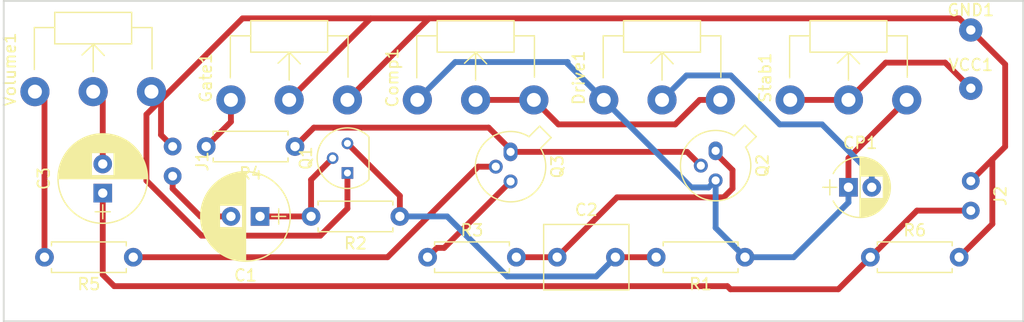
<source format=kicad_pcb>
(kicad_pcb (version 4) (host pcbnew 4.0.6)

  (general
    (links 35)
    (no_connects 1)
    (area 166.655 89.415 255.075001 117.575001)
    (thickness 1.6)
    (drawings 4)
    (tracks 101)
    (zones 0)
    (modules 22)
    (nets 16)
  )

  (page A4)
  (layers
    (0 F.Cu signal)
    (31 B.Cu signal)
    (32 B.Adhes user)
    (33 F.Adhes user)
    (34 B.Paste user)
    (35 F.Paste user)
    (36 B.SilkS user)
    (37 F.SilkS user)
    (38 B.Mask user)
    (39 F.Mask user)
    (40 Dwgs.User user)
    (41 Cmts.User user)
    (42 Eco1.User user)
    (43 Eco2.User user)
    (44 Edge.Cuts user)
    (45 Margin user)
    (46 B.CrtYd user)
    (47 F.CrtYd user)
    (48 B.Fab user)
    (49 F.Fab user)
  )

  (setup
    (last_trace_width 0.5)
    (trace_clearance 0.6)
    (zone_clearance 0.508)
    (zone_45_only no)
    (trace_min 0.5)
    (segment_width 0.2)
    (edge_width 0.15)
    (via_size 0.6)
    (via_drill 0.4)
    (via_min_size 0.4)
    (via_min_drill 0.3)
    (uvia_size 0.3)
    (uvia_drill 0.1)
    (uvias_allowed no)
    (uvia_min_size 0.2)
    (uvia_min_drill 0.1)
    (pcb_text_width 0.3)
    (pcb_text_size 1.5 1.5)
    (mod_edge_width 0.15)
    (mod_text_size 1 1)
    (mod_text_width 0.15)
    (pad_size 1.524 1.524)
    (pad_drill 0.762)
    (pad_to_mask_clearance 0.2)
    (aux_axis_origin 0 0)
    (visible_elements 7FFFFFFF)
    (pcbplotparams
      (layerselection 0x00030_80000001)
      (usegerberextensions false)
      (excludeedgelayer true)
      (linewidth 0.100000)
      (plotframeref false)
      (viasonmask false)
      (mode 1)
      (useauxorigin false)
      (hpglpennumber 1)
      (hpglpenspeed 20)
      (hpglpendiameter 15)
      (hpglpenoverlay 2)
      (psnegative false)
      (psa4output false)
      (plotreference true)
      (plotvalue true)
      (plotinvisibletext false)
      (padsonsilk false)
      (subtractmaskfromsilk false)
      (outputformat 1)
      (mirror false)
      (drillshape 0)
      (scaleselection 1)
      (outputdirectory ""))
  )

  (net 0 "")
  (net 1 "Net-(C1-Pad1)")
  (net 2 "Net-(C1-Pad2)")
  (net 3 "Net-(C2-Pad1)")
  (net 4 "Net-(C2-Pad2)")
  (net 5 "Net-(C3-Pad1)")
  (net 6 "Net-(C3-Pad2)")
  (net 7 "Net-(Comp1-Pad2)")
  (net 8 "Net-(CP1-Pad1)")
  (net 9 "Net-(CP1-Pad2)")
  (net 10 GND)
  (net 11 "Net-(Gate1-Pad1)")
  (net 12 "Net-(Q2-Pad2)")
  (net 13 "Net-(Q3-Pad2)")
  (net 14 "Net-(R5-Pad2)")
  (net 15 VCC)

  (net_class Default "This is the default net class."
    (clearance 0.6)
    (trace_width 0.5)
    (via_dia 0.6)
    (via_drill 0.4)
    (uvia_dia 0.3)
    (uvia_drill 0.1)
    (add_net GND)
    (add_net "Net-(C1-Pad1)")
    (add_net "Net-(C1-Pad2)")
    (add_net "Net-(C2-Pad1)")
    (add_net "Net-(C2-Pad2)")
    (add_net "Net-(C3-Pad1)")
    (add_net "Net-(C3-Pad2)")
    (add_net "Net-(CP1-Pad1)")
    (add_net "Net-(CP1-Pad2)")
    (add_net "Net-(Comp1-Pad2)")
    (add_net "Net-(Gate1-Pad1)")
    (add_net "Net-(Q2-Pad2)")
    (add_net "Net-(Q3-Pad2)")
    (add_net "Net-(R5-Pad2)")
    (add_net VCC)
  )

  (module TO_SOT_Packages_THT:TO-18-3 (layer F.Cu) (tedit 58CE52AD) (tstamp 59F8CAA3)
    (at 228.6 102.87 270)
    (descr TO-18-3)
    (tags TO-18-3)
    (path /59F477B8)
    (fp_text reference Q2 (at 1.27 -4.02 270) (layer F.SilkS)
      (effects (font (size 1 1) (thickness 0.15)))
    )
    (fp_text value AC128 (at 1.27 4.02 270) (layer F.Fab)
      (effects (font (size 1 1) (thickness 0.15)))
    )
    (fp_text user %R (at 1.27 -4.02 270) (layer F.Fab)
      (effects (font (size 1 1) (thickness 0.15)))
    )
    (fp_line (start -0.329057 -2.419301) (end -1.156372 -3.246616) (layer F.Fab) (width 0.1))
    (fp_line (start -1.156372 -3.246616) (end -1.976616 -2.426372) (layer F.Fab) (width 0.1))
    (fp_line (start -1.976616 -2.426372) (end -1.149301 -1.599057) (layer F.Fab) (width 0.1))
    (fp_line (start -0.312331 -2.572281) (end -1.224499 -3.484448) (layer F.SilkS) (width 0.12))
    (fp_line (start -1.224499 -3.484448) (end -2.214448 -2.494499) (layer F.SilkS) (width 0.12))
    (fp_line (start -2.214448 -2.494499) (end -1.302281 -1.582331) (layer F.SilkS) (width 0.12))
    (fp_line (start -2.23 -3.5) (end -2.23 3.15) (layer F.CrtYd) (width 0.05))
    (fp_line (start -2.23 3.15) (end 4.42 3.15) (layer F.CrtYd) (width 0.05))
    (fp_line (start 4.42 3.15) (end 4.42 -3.5) (layer F.CrtYd) (width 0.05))
    (fp_line (start 4.42 -3.5) (end -2.23 -3.5) (layer F.CrtYd) (width 0.05))
    (fp_circle (center 1.27 0) (end 3.67 0) (layer F.Fab) (width 0.1))
    (fp_arc (start 1.27 0) (end -0.329057 -2.419301) (angle 336.9) (layer F.Fab) (width 0.1))
    (fp_arc (start 1.27 0) (end -0.312331 -2.572281) (angle 333.2) (layer F.SilkS) (width 0.12))
    (pad 1 thru_hole oval (at 0 0 270) (size 1.6 1.2) (drill 0.7) (layers *.Cu *.Mask)
      (net 3 "Net-(C2-Pad1)"))
    (pad 2 thru_hole oval (at 1.27 1.27 270) (size 1.2 1.2) (drill 0.7) (layers *.Cu *.Mask)
      (net 12 "Net-(Q2-Pad2)"))
    (pad 3 thru_hole oval (at 2.54 0 270) (size 1.2 1.2) (drill 0.7) (layers *.Cu *.Mask)
      (net 8 "Net-(CP1-Pad1)"))
    (model ${KISYS3DMOD}/TO_SOT_Packages_THT.3dshapes/TO-18-3.wrl
      (at (xyz 0 0 0))
      (scale (xyz 0.393701 0.393701 0.393701))
      (rotate (xyz 0 0 0))
    )
  )

  (module Capacitors_THT:C_Rect_L7.2mm_W5.5mm_P5.00mm_FKS2_FKP2_MKS2_MKP2 (layer F.Cu) (tedit 597BC7C2) (tstamp 59F8C92F)
    (at 215 112)
    (descr "C, Rect series, Radial, pin pitch=5.00mm, , length*width=7.2*5.5mm^2, Capacitor, http://www.wima.com/EN/WIMA_FKS_2.pdf")
    (tags "C Rect series Radial pin pitch 5.00mm  length 7.2mm width 5.5mm Capacitor")
    (path /59F466C1)
    (fp_text reference C2 (at 2.5 -4.06) (layer F.SilkS)
      (effects (font (size 1 1) (thickness 0.15)))
    )
    (fp_text value 100nF (at 2.5 4.06) (layer F.Fab)
      (effects (font (size 1 1) (thickness 0.15)))
    )
    (fp_line (start -1.1 -2.75) (end -1.1 2.75) (layer F.Fab) (width 0.1))
    (fp_line (start -1.1 2.75) (end 6.1 2.75) (layer F.Fab) (width 0.1))
    (fp_line (start 6.1 2.75) (end 6.1 -2.75) (layer F.Fab) (width 0.1))
    (fp_line (start 6.1 -2.75) (end -1.1 -2.75) (layer F.Fab) (width 0.1))
    (fp_line (start -1.16 -2.81) (end 6.16 -2.81) (layer F.SilkS) (width 0.12))
    (fp_line (start -1.16 2.81) (end 6.16 2.81) (layer F.SilkS) (width 0.12))
    (fp_line (start -1.16 -2.81) (end -1.16 2.81) (layer F.SilkS) (width 0.12))
    (fp_line (start 6.16 -2.81) (end 6.16 2.81) (layer F.SilkS) (width 0.12))
    (fp_line (start -1.45 -3.1) (end -1.45 3.1) (layer F.CrtYd) (width 0.05))
    (fp_line (start -1.45 3.1) (end 6.45 3.1) (layer F.CrtYd) (width 0.05))
    (fp_line (start 6.45 3.1) (end 6.45 -3.1) (layer F.CrtYd) (width 0.05))
    (fp_line (start 6.45 -3.1) (end -1.45 -3.1) (layer F.CrtYd) (width 0.05))
    (fp_text user %R (at 2.5 0) (layer F.Fab)
      (effects (font (size 1 1) (thickness 0.15)))
    )
    (pad 1 thru_hole circle (at 0 0) (size 1.6 1.6) (drill 0.8) (layers *.Cu *.Mask)
      (net 3 "Net-(C2-Pad1)"))
    (pad 2 thru_hole circle (at 5 0) (size 1.6 1.6) (drill 0.8) (layers *.Cu *.Mask)
      (net 4 "Net-(C2-Pad2)"))
    (model ${KISYS3DMOD}/Capacitors_THT.3dshapes/C_Rect_L7.2mm_W5.5mm_P5.00mm_FKS2_FKP2_MKS2_MKP2.wrl
      (at (xyz 0 0 0))
      (scale (xyz 1 1 1))
      (rotate (xyz 0 0 0))
    )
  )

  (module Potentiometers:Potentiometer_WirePads (layer F.Cu) (tedit 58822A41) (tstamp 59F8CB43)
    (at 235 98.5 90)
    (descr "Potentiometer, Wire Pads only, RevA, 30 July 2010,")
    (tags "Potentiometer Wire Pads only RevA 30 July 2010 ")
    (path /59F44A4F)
    (fp_text reference Stab1 (at 1.9 -2.15 90) (layer F.SilkS)
      (effects (font (size 1 1) (thickness 0.15)))
    )
    (fp_text value 5KL (at 2 12.2 90) (layer F.Fab)
      (effects (font (size 1 1) (thickness 0.15)))
    )
    (fp_line (start 4.05 5) (end 1.7 5) (layer F.SilkS) (width 0.12))
    (fp_line (start 5.5 10.05) (end 1.95 10.05) (layer F.SilkS) (width 0.12))
    (fp_line (start 5.5 8.3) (end 5.5 10.05) (layer F.SilkS) (width 0.12))
    (fp_line (start 5.5 1.7) (end 5.5 -0.05) (layer F.SilkS) (width 0.12))
    (fp_line (start 5.5 -0.05) (end 1.9 -0.05) (layer F.SilkS) (width 0.12))
    (fp_line (start 4.1 5) (end 3.1 5.95) (layer F.SilkS) (width 0.12))
    (fp_line (start 4.1 5.05) (end 3.15 4.05) (layer F.SilkS) (width 0.12))
    (fp_line (start 4.1 1.7) (end 6.8 1.7) (layer F.SilkS) (width 0.12))
    (fp_line (start 6.8 1.7) (end 6.8 8.3) (layer F.SilkS) (width 0.12))
    (fp_line (start 6.8 8.3) (end 4.1 8.3) (layer F.SilkS) (width 0.12))
    (fp_line (start 4.1 8.3) (end 4.1 1.7) (layer F.SilkS) (width 0.12))
    (fp_line (start -1.5 -1.5) (end 7.05 -1.5) (layer F.CrtYd) (width 0.05))
    (fp_line (start -1.5 -1.5) (end -1.5 11.5) (layer F.CrtYd) (width 0.05))
    (fp_line (start 7.05 11.5) (end 7.05 -1.5) (layer F.CrtYd) (width 0.05))
    (fp_line (start 7.05 11.5) (end -1.5 11.5) (layer F.CrtYd) (width 0.05))
    (pad 2 thru_hole circle (at 0 5 90) (size 2.5 2.5) (drill 1.2) (layers *.Cu *.Mask)
      (net 15 VCC))
    (pad 3 thru_hole circle (at 0 10 90) (size 2.5 2.5) (drill 1.2) (layers *.Cu *.Mask)
      (net 8 "Net-(CP1-Pad1)"))
    (pad 1 thru_hole circle (at 0 0 90) (size 2.5 2.5) (drill 1.2) (layers *.Cu *.Mask)
      (net 15 VCC))
  )

  (module Capacitors_THT:CP_Radial_D7.5mm_P2.50mm (layer F.Cu) (tedit 597BC7C2) (tstamp 59F8C91C)
    (at 189.5 108.5 180)
    (descr "CP, Radial series, Radial, pin pitch=2.50mm, , diameter=7.5mm, Electrolytic Capacitor")
    (tags "CP Radial series Radial pin pitch 2.50mm  diameter 7.5mm Electrolytic Capacitor")
    (path /59F45454)
    (fp_text reference C1 (at 1.25 -5.06 180) (layer F.SilkS)
      (effects (font (size 1 1) (thickness 0.15)))
    )
    (fp_text value 10uF (at 1.25 5.06 180) (layer F.Fab)
      (effects (font (size 1 1) (thickness 0.15)))
    )
    (fp_circle (center 1.25 0) (end 5 0) (layer F.Fab) (width 0.1))
    (fp_circle (center 1.25 0) (end 5.09 0) (layer F.SilkS) (width 0.12))
    (fp_line (start -2.2 0) (end -1 0) (layer F.Fab) (width 0.1))
    (fp_line (start -1.6 -0.65) (end -1.6 0.65) (layer F.Fab) (width 0.1))
    (fp_line (start 1.25 -3.8) (end 1.25 3.8) (layer F.SilkS) (width 0.12))
    (fp_line (start 1.29 -3.8) (end 1.29 3.8) (layer F.SilkS) (width 0.12))
    (fp_line (start 1.33 -3.8) (end 1.33 3.8) (layer F.SilkS) (width 0.12))
    (fp_line (start 1.37 -3.799) (end 1.37 3.799) (layer F.SilkS) (width 0.12))
    (fp_line (start 1.41 -3.797) (end 1.41 3.797) (layer F.SilkS) (width 0.12))
    (fp_line (start 1.45 -3.795) (end 1.45 3.795) (layer F.SilkS) (width 0.12))
    (fp_line (start 1.49 -3.793) (end 1.49 3.793) (layer F.SilkS) (width 0.12))
    (fp_line (start 1.53 -3.79) (end 1.53 -0.98) (layer F.SilkS) (width 0.12))
    (fp_line (start 1.53 0.98) (end 1.53 3.79) (layer F.SilkS) (width 0.12))
    (fp_line (start 1.57 -3.787) (end 1.57 -0.98) (layer F.SilkS) (width 0.12))
    (fp_line (start 1.57 0.98) (end 1.57 3.787) (layer F.SilkS) (width 0.12))
    (fp_line (start 1.61 -3.784) (end 1.61 -0.98) (layer F.SilkS) (width 0.12))
    (fp_line (start 1.61 0.98) (end 1.61 3.784) (layer F.SilkS) (width 0.12))
    (fp_line (start 1.65 -3.78) (end 1.65 -0.98) (layer F.SilkS) (width 0.12))
    (fp_line (start 1.65 0.98) (end 1.65 3.78) (layer F.SilkS) (width 0.12))
    (fp_line (start 1.69 -3.775) (end 1.69 -0.98) (layer F.SilkS) (width 0.12))
    (fp_line (start 1.69 0.98) (end 1.69 3.775) (layer F.SilkS) (width 0.12))
    (fp_line (start 1.73 -3.77) (end 1.73 -0.98) (layer F.SilkS) (width 0.12))
    (fp_line (start 1.73 0.98) (end 1.73 3.77) (layer F.SilkS) (width 0.12))
    (fp_line (start 1.77 -3.765) (end 1.77 -0.98) (layer F.SilkS) (width 0.12))
    (fp_line (start 1.77 0.98) (end 1.77 3.765) (layer F.SilkS) (width 0.12))
    (fp_line (start 1.81 -3.759) (end 1.81 -0.98) (layer F.SilkS) (width 0.12))
    (fp_line (start 1.81 0.98) (end 1.81 3.759) (layer F.SilkS) (width 0.12))
    (fp_line (start 1.85 -3.753) (end 1.85 -0.98) (layer F.SilkS) (width 0.12))
    (fp_line (start 1.85 0.98) (end 1.85 3.753) (layer F.SilkS) (width 0.12))
    (fp_line (start 1.89 -3.747) (end 1.89 -0.98) (layer F.SilkS) (width 0.12))
    (fp_line (start 1.89 0.98) (end 1.89 3.747) (layer F.SilkS) (width 0.12))
    (fp_line (start 1.93 -3.74) (end 1.93 -0.98) (layer F.SilkS) (width 0.12))
    (fp_line (start 1.93 0.98) (end 1.93 3.74) (layer F.SilkS) (width 0.12))
    (fp_line (start 1.971 -3.732) (end 1.971 -0.98) (layer F.SilkS) (width 0.12))
    (fp_line (start 1.971 0.98) (end 1.971 3.732) (layer F.SilkS) (width 0.12))
    (fp_line (start 2.011 -3.725) (end 2.011 -0.98) (layer F.SilkS) (width 0.12))
    (fp_line (start 2.011 0.98) (end 2.011 3.725) (layer F.SilkS) (width 0.12))
    (fp_line (start 2.051 -3.716) (end 2.051 -0.98) (layer F.SilkS) (width 0.12))
    (fp_line (start 2.051 0.98) (end 2.051 3.716) (layer F.SilkS) (width 0.12))
    (fp_line (start 2.091 -3.707) (end 2.091 -0.98) (layer F.SilkS) (width 0.12))
    (fp_line (start 2.091 0.98) (end 2.091 3.707) (layer F.SilkS) (width 0.12))
    (fp_line (start 2.131 -3.698) (end 2.131 -0.98) (layer F.SilkS) (width 0.12))
    (fp_line (start 2.131 0.98) (end 2.131 3.698) (layer F.SilkS) (width 0.12))
    (fp_line (start 2.171 -3.689) (end 2.171 -0.98) (layer F.SilkS) (width 0.12))
    (fp_line (start 2.171 0.98) (end 2.171 3.689) (layer F.SilkS) (width 0.12))
    (fp_line (start 2.211 -3.679) (end 2.211 -0.98) (layer F.SilkS) (width 0.12))
    (fp_line (start 2.211 0.98) (end 2.211 3.679) (layer F.SilkS) (width 0.12))
    (fp_line (start 2.251 -3.668) (end 2.251 -0.98) (layer F.SilkS) (width 0.12))
    (fp_line (start 2.251 0.98) (end 2.251 3.668) (layer F.SilkS) (width 0.12))
    (fp_line (start 2.291 -3.657) (end 2.291 -0.98) (layer F.SilkS) (width 0.12))
    (fp_line (start 2.291 0.98) (end 2.291 3.657) (layer F.SilkS) (width 0.12))
    (fp_line (start 2.331 -3.645) (end 2.331 -0.98) (layer F.SilkS) (width 0.12))
    (fp_line (start 2.331 0.98) (end 2.331 3.645) (layer F.SilkS) (width 0.12))
    (fp_line (start 2.371 -3.634) (end 2.371 -0.98) (layer F.SilkS) (width 0.12))
    (fp_line (start 2.371 0.98) (end 2.371 3.634) (layer F.SilkS) (width 0.12))
    (fp_line (start 2.411 -3.621) (end 2.411 -0.98) (layer F.SilkS) (width 0.12))
    (fp_line (start 2.411 0.98) (end 2.411 3.621) (layer F.SilkS) (width 0.12))
    (fp_line (start 2.451 -3.608) (end 2.451 -0.98) (layer F.SilkS) (width 0.12))
    (fp_line (start 2.451 0.98) (end 2.451 3.608) (layer F.SilkS) (width 0.12))
    (fp_line (start 2.491 -3.595) (end 2.491 -0.98) (layer F.SilkS) (width 0.12))
    (fp_line (start 2.491 0.98) (end 2.491 3.595) (layer F.SilkS) (width 0.12))
    (fp_line (start 2.531 -3.581) (end 2.531 -0.98) (layer F.SilkS) (width 0.12))
    (fp_line (start 2.531 0.98) (end 2.531 3.581) (layer F.SilkS) (width 0.12))
    (fp_line (start 2.571 -3.566) (end 2.571 -0.98) (layer F.SilkS) (width 0.12))
    (fp_line (start 2.571 0.98) (end 2.571 3.566) (layer F.SilkS) (width 0.12))
    (fp_line (start 2.611 -3.552) (end 2.611 -0.98) (layer F.SilkS) (width 0.12))
    (fp_line (start 2.611 0.98) (end 2.611 3.552) (layer F.SilkS) (width 0.12))
    (fp_line (start 2.651 -3.536) (end 2.651 -0.98) (layer F.SilkS) (width 0.12))
    (fp_line (start 2.651 0.98) (end 2.651 3.536) (layer F.SilkS) (width 0.12))
    (fp_line (start 2.691 -3.52) (end 2.691 -0.98) (layer F.SilkS) (width 0.12))
    (fp_line (start 2.691 0.98) (end 2.691 3.52) (layer F.SilkS) (width 0.12))
    (fp_line (start 2.731 -3.504) (end 2.731 -0.98) (layer F.SilkS) (width 0.12))
    (fp_line (start 2.731 0.98) (end 2.731 3.504) (layer F.SilkS) (width 0.12))
    (fp_line (start 2.771 -3.487) (end 2.771 -0.98) (layer F.SilkS) (width 0.12))
    (fp_line (start 2.771 0.98) (end 2.771 3.487) (layer F.SilkS) (width 0.12))
    (fp_line (start 2.811 -3.469) (end 2.811 -0.98) (layer F.SilkS) (width 0.12))
    (fp_line (start 2.811 0.98) (end 2.811 3.469) (layer F.SilkS) (width 0.12))
    (fp_line (start 2.851 -3.451) (end 2.851 -0.98) (layer F.SilkS) (width 0.12))
    (fp_line (start 2.851 0.98) (end 2.851 3.451) (layer F.SilkS) (width 0.12))
    (fp_line (start 2.891 -3.433) (end 2.891 -0.98) (layer F.SilkS) (width 0.12))
    (fp_line (start 2.891 0.98) (end 2.891 3.433) (layer F.SilkS) (width 0.12))
    (fp_line (start 2.931 -3.413) (end 2.931 -0.98) (layer F.SilkS) (width 0.12))
    (fp_line (start 2.931 0.98) (end 2.931 3.413) (layer F.SilkS) (width 0.12))
    (fp_line (start 2.971 -3.394) (end 2.971 -0.98) (layer F.SilkS) (width 0.12))
    (fp_line (start 2.971 0.98) (end 2.971 3.394) (layer F.SilkS) (width 0.12))
    (fp_line (start 3.011 -3.373) (end 3.011 -0.98) (layer F.SilkS) (width 0.12))
    (fp_line (start 3.011 0.98) (end 3.011 3.373) (layer F.SilkS) (width 0.12))
    (fp_line (start 3.051 -3.352) (end 3.051 -0.98) (layer F.SilkS) (width 0.12))
    (fp_line (start 3.051 0.98) (end 3.051 3.352) (layer F.SilkS) (width 0.12))
    (fp_line (start 3.091 -3.331) (end 3.091 -0.98) (layer F.SilkS) (width 0.12))
    (fp_line (start 3.091 0.98) (end 3.091 3.331) (layer F.SilkS) (width 0.12))
    (fp_line (start 3.131 -3.309) (end 3.131 -0.98) (layer F.SilkS) (width 0.12))
    (fp_line (start 3.131 0.98) (end 3.131 3.309) (layer F.SilkS) (width 0.12))
    (fp_line (start 3.171 -3.286) (end 3.171 -0.98) (layer F.SilkS) (width 0.12))
    (fp_line (start 3.171 0.98) (end 3.171 3.286) (layer F.SilkS) (width 0.12))
    (fp_line (start 3.211 -3.263) (end 3.211 -0.98) (layer F.SilkS) (width 0.12))
    (fp_line (start 3.211 0.98) (end 3.211 3.263) (layer F.SilkS) (width 0.12))
    (fp_line (start 3.251 -3.239) (end 3.251 -0.98) (layer F.SilkS) (width 0.12))
    (fp_line (start 3.251 0.98) (end 3.251 3.239) (layer F.SilkS) (width 0.12))
    (fp_line (start 3.291 -3.214) (end 3.291 -0.98) (layer F.SilkS) (width 0.12))
    (fp_line (start 3.291 0.98) (end 3.291 3.214) (layer F.SilkS) (width 0.12))
    (fp_line (start 3.331 -3.188) (end 3.331 -0.98) (layer F.SilkS) (width 0.12))
    (fp_line (start 3.331 0.98) (end 3.331 3.188) (layer F.SilkS) (width 0.12))
    (fp_line (start 3.371 -3.162) (end 3.371 -0.98) (layer F.SilkS) (width 0.12))
    (fp_line (start 3.371 0.98) (end 3.371 3.162) (layer F.SilkS) (width 0.12))
    (fp_line (start 3.411 -3.135) (end 3.411 -0.98) (layer F.SilkS) (width 0.12))
    (fp_line (start 3.411 0.98) (end 3.411 3.135) (layer F.SilkS) (width 0.12))
    (fp_line (start 3.451 -3.108) (end 3.451 -0.98) (layer F.SilkS) (width 0.12))
    (fp_line (start 3.451 0.98) (end 3.451 3.108) (layer F.SilkS) (width 0.12))
    (fp_line (start 3.491 -3.079) (end 3.491 3.079) (layer F.SilkS) (width 0.12))
    (fp_line (start 3.531 -3.05) (end 3.531 3.05) (layer F.SilkS) (width 0.12))
    (fp_line (start 3.571 -3.02) (end 3.571 3.02) (layer F.SilkS) (width 0.12))
    (fp_line (start 3.611 -2.99) (end 3.611 2.99) (layer F.SilkS) (width 0.12))
    (fp_line (start 3.651 -2.958) (end 3.651 2.958) (layer F.SilkS) (width 0.12))
    (fp_line (start 3.691 -2.926) (end 3.691 2.926) (layer F.SilkS) (width 0.12))
    (fp_line (start 3.731 -2.892) (end 3.731 2.892) (layer F.SilkS) (width 0.12))
    (fp_line (start 3.771 -2.858) (end 3.771 2.858) (layer F.SilkS) (width 0.12))
    (fp_line (start 3.811 -2.823) (end 3.811 2.823) (layer F.SilkS) (width 0.12))
    (fp_line (start 3.851 -2.786) (end 3.851 2.786) (layer F.SilkS) (width 0.12))
    (fp_line (start 3.891 -2.749) (end 3.891 2.749) (layer F.SilkS) (width 0.12))
    (fp_line (start 3.931 -2.711) (end 3.931 2.711) (layer F.SilkS) (width 0.12))
    (fp_line (start 3.971 -2.671) (end 3.971 2.671) (layer F.SilkS) (width 0.12))
    (fp_line (start 4.011 -2.63) (end 4.011 2.63) (layer F.SilkS) (width 0.12))
    (fp_line (start 4.051 -2.588) (end 4.051 2.588) (layer F.SilkS) (width 0.12))
    (fp_line (start 4.091 -2.545) (end 4.091 2.545) (layer F.SilkS) (width 0.12))
    (fp_line (start 4.131 -2.5) (end 4.131 2.5) (layer F.SilkS) (width 0.12))
    (fp_line (start 4.171 -2.454) (end 4.171 2.454) (layer F.SilkS) (width 0.12))
    (fp_line (start 4.211 -2.407) (end 4.211 2.407) (layer F.SilkS) (width 0.12))
    (fp_line (start 4.251 -2.357) (end 4.251 2.357) (layer F.SilkS) (width 0.12))
    (fp_line (start 4.291 -2.307) (end 4.291 2.307) (layer F.SilkS) (width 0.12))
    (fp_line (start 4.331 -2.254) (end 4.331 2.254) (layer F.SilkS) (width 0.12))
    (fp_line (start 4.371 -2.199) (end 4.371 2.199) (layer F.SilkS) (width 0.12))
    (fp_line (start 4.411 -2.142) (end 4.411 2.142) (layer F.SilkS) (width 0.12))
    (fp_line (start 4.451 -2.083) (end 4.451 2.083) (layer F.SilkS) (width 0.12))
    (fp_line (start 4.491 -2.022) (end 4.491 2.022) (layer F.SilkS) (width 0.12))
    (fp_line (start 4.531 -1.957) (end 4.531 1.957) (layer F.SilkS) (width 0.12))
    (fp_line (start 4.571 -1.89) (end 4.571 1.89) (layer F.SilkS) (width 0.12))
    (fp_line (start 4.611 -1.82) (end 4.611 1.82) (layer F.SilkS) (width 0.12))
    (fp_line (start 4.651 -1.745) (end 4.651 1.745) (layer F.SilkS) (width 0.12))
    (fp_line (start 4.691 -1.667) (end 4.691 1.667) (layer F.SilkS) (width 0.12))
    (fp_line (start 4.731 -1.584) (end 4.731 1.584) (layer F.SilkS) (width 0.12))
    (fp_line (start 4.771 -1.495) (end 4.771 1.495) (layer F.SilkS) (width 0.12))
    (fp_line (start 4.811 -1.4) (end 4.811 1.4) (layer F.SilkS) (width 0.12))
    (fp_line (start 4.851 -1.297) (end 4.851 1.297) (layer F.SilkS) (width 0.12))
    (fp_line (start 4.891 -1.184) (end 4.891 1.184) (layer F.SilkS) (width 0.12))
    (fp_line (start 4.931 -1.057) (end 4.931 1.057) (layer F.SilkS) (width 0.12))
    (fp_line (start 4.971 -0.913) (end 4.971 0.913) (layer F.SilkS) (width 0.12))
    (fp_line (start 5.011 -0.74) (end 5.011 0.74) (layer F.SilkS) (width 0.12))
    (fp_line (start 5.051 -0.513) (end 5.051 0.513) (layer F.SilkS) (width 0.12))
    (fp_line (start -2.2 0) (end -1 0) (layer F.SilkS) (width 0.12))
    (fp_line (start -1.6 -0.65) (end -1.6 0.65) (layer F.SilkS) (width 0.12))
    (fp_line (start -2.85 -4.1) (end -2.85 4.1) (layer F.CrtYd) (width 0.05))
    (fp_line (start -2.85 4.1) (end 5.35 4.1) (layer F.CrtYd) (width 0.05))
    (fp_line (start 5.35 4.1) (end 5.35 -4.1) (layer F.CrtYd) (width 0.05))
    (fp_line (start 5.35 -4.1) (end -2.85 -4.1) (layer F.CrtYd) (width 0.05))
    (fp_text user %R (at 1.25 0 180) (layer F.Fab)
      (effects (font (size 1 1) (thickness 0.15)))
    )
    (pad 1 thru_hole rect (at 0 0 180) (size 1.6 1.6) (drill 0.8) (layers *.Cu *.Mask)
      (net 1 "Net-(C1-Pad1)"))
    (pad 2 thru_hole circle (at 2.5 0 180) (size 1.6 1.6) (drill 0.8) (layers *.Cu *.Mask)
      (net 2 "Net-(C1-Pad2)"))
    (model ${KISYS3DMOD}/Capacitors_THT.3dshapes/CP_Radial_D7.5mm_P2.50mm.wrl
      (at (xyz 0 0 0))
      (scale (xyz 1 1 1))
      (rotate (xyz 0 0 0))
    )
  )

  (module Capacitors_THT:CP_Radial_D7.5mm_P2.50mm (layer F.Cu) (tedit 597BC7C2) (tstamp 59F8C9D1)
    (at 176 106.5 90)
    (descr "CP, Radial series, Radial, pin pitch=2.50mm, , diameter=7.5mm, Electrolytic Capacitor")
    (tags "CP Radial series Radial pin pitch 2.50mm  diameter 7.5mm Electrolytic Capacitor")
    (path /59F49105)
    (fp_text reference C3 (at 1.25 -5.06 90) (layer F.SilkS)
      (effects (font (size 1 1) (thickness 0.15)))
    )
    (fp_text value 10uF (at 1.25 5.06 90) (layer F.Fab)
      (effects (font (size 1 1) (thickness 0.15)))
    )
    (fp_circle (center 1.25 0) (end 5 0) (layer F.Fab) (width 0.1))
    (fp_circle (center 1.25 0) (end 5.09 0) (layer F.SilkS) (width 0.12))
    (fp_line (start -2.2 0) (end -1 0) (layer F.Fab) (width 0.1))
    (fp_line (start -1.6 -0.65) (end -1.6 0.65) (layer F.Fab) (width 0.1))
    (fp_line (start 1.25 -3.8) (end 1.25 3.8) (layer F.SilkS) (width 0.12))
    (fp_line (start 1.29 -3.8) (end 1.29 3.8) (layer F.SilkS) (width 0.12))
    (fp_line (start 1.33 -3.8) (end 1.33 3.8) (layer F.SilkS) (width 0.12))
    (fp_line (start 1.37 -3.799) (end 1.37 3.799) (layer F.SilkS) (width 0.12))
    (fp_line (start 1.41 -3.797) (end 1.41 3.797) (layer F.SilkS) (width 0.12))
    (fp_line (start 1.45 -3.795) (end 1.45 3.795) (layer F.SilkS) (width 0.12))
    (fp_line (start 1.49 -3.793) (end 1.49 3.793) (layer F.SilkS) (width 0.12))
    (fp_line (start 1.53 -3.79) (end 1.53 -0.98) (layer F.SilkS) (width 0.12))
    (fp_line (start 1.53 0.98) (end 1.53 3.79) (layer F.SilkS) (width 0.12))
    (fp_line (start 1.57 -3.787) (end 1.57 -0.98) (layer F.SilkS) (width 0.12))
    (fp_line (start 1.57 0.98) (end 1.57 3.787) (layer F.SilkS) (width 0.12))
    (fp_line (start 1.61 -3.784) (end 1.61 -0.98) (layer F.SilkS) (width 0.12))
    (fp_line (start 1.61 0.98) (end 1.61 3.784) (layer F.SilkS) (width 0.12))
    (fp_line (start 1.65 -3.78) (end 1.65 -0.98) (layer F.SilkS) (width 0.12))
    (fp_line (start 1.65 0.98) (end 1.65 3.78) (layer F.SilkS) (width 0.12))
    (fp_line (start 1.69 -3.775) (end 1.69 -0.98) (layer F.SilkS) (width 0.12))
    (fp_line (start 1.69 0.98) (end 1.69 3.775) (layer F.SilkS) (width 0.12))
    (fp_line (start 1.73 -3.77) (end 1.73 -0.98) (layer F.SilkS) (width 0.12))
    (fp_line (start 1.73 0.98) (end 1.73 3.77) (layer F.SilkS) (width 0.12))
    (fp_line (start 1.77 -3.765) (end 1.77 -0.98) (layer F.SilkS) (width 0.12))
    (fp_line (start 1.77 0.98) (end 1.77 3.765) (layer F.SilkS) (width 0.12))
    (fp_line (start 1.81 -3.759) (end 1.81 -0.98) (layer F.SilkS) (width 0.12))
    (fp_line (start 1.81 0.98) (end 1.81 3.759) (layer F.SilkS) (width 0.12))
    (fp_line (start 1.85 -3.753) (end 1.85 -0.98) (layer F.SilkS) (width 0.12))
    (fp_line (start 1.85 0.98) (end 1.85 3.753) (layer F.SilkS) (width 0.12))
    (fp_line (start 1.89 -3.747) (end 1.89 -0.98) (layer F.SilkS) (width 0.12))
    (fp_line (start 1.89 0.98) (end 1.89 3.747) (layer F.SilkS) (width 0.12))
    (fp_line (start 1.93 -3.74) (end 1.93 -0.98) (layer F.SilkS) (width 0.12))
    (fp_line (start 1.93 0.98) (end 1.93 3.74) (layer F.SilkS) (width 0.12))
    (fp_line (start 1.971 -3.732) (end 1.971 -0.98) (layer F.SilkS) (width 0.12))
    (fp_line (start 1.971 0.98) (end 1.971 3.732) (layer F.SilkS) (width 0.12))
    (fp_line (start 2.011 -3.725) (end 2.011 -0.98) (layer F.SilkS) (width 0.12))
    (fp_line (start 2.011 0.98) (end 2.011 3.725) (layer F.SilkS) (width 0.12))
    (fp_line (start 2.051 -3.716) (end 2.051 -0.98) (layer F.SilkS) (width 0.12))
    (fp_line (start 2.051 0.98) (end 2.051 3.716) (layer F.SilkS) (width 0.12))
    (fp_line (start 2.091 -3.707) (end 2.091 -0.98) (layer F.SilkS) (width 0.12))
    (fp_line (start 2.091 0.98) (end 2.091 3.707) (layer F.SilkS) (width 0.12))
    (fp_line (start 2.131 -3.698) (end 2.131 -0.98) (layer F.SilkS) (width 0.12))
    (fp_line (start 2.131 0.98) (end 2.131 3.698) (layer F.SilkS) (width 0.12))
    (fp_line (start 2.171 -3.689) (end 2.171 -0.98) (layer F.SilkS) (width 0.12))
    (fp_line (start 2.171 0.98) (end 2.171 3.689) (layer F.SilkS) (width 0.12))
    (fp_line (start 2.211 -3.679) (end 2.211 -0.98) (layer F.SilkS) (width 0.12))
    (fp_line (start 2.211 0.98) (end 2.211 3.679) (layer F.SilkS) (width 0.12))
    (fp_line (start 2.251 -3.668) (end 2.251 -0.98) (layer F.SilkS) (width 0.12))
    (fp_line (start 2.251 0.98) (end 2.251 3.668) (layer F.SilkS) (width 0.12))
    (fp_line (start 2.291 -3.657) (end 2.291 -0.98) (layer F.SilkS) (width 0.12))
    (fp_line (start 2.291 0.98) (end 2.291 3.657) (layer F.SilkS) (width 0.12))
    (fp_line (start 2.331 -3.645) (end 2.331 -0.98) (layer F.SilkS) (width 0.12))
    (fp_line (start 2.331 0.98) (end 2.331 3.645) (layer F.SilkS) (width 0.12))
    (fp_line (start 2.371 -3.634) (end 2.371 -0.98) (layer F.SilkS) (width 0.12))
    (fp_line (start 2.371 0.98) (end 2.371 3.634) (layer F.SilkS) (width 0.12))
    (fp_line (start 2.411 -3.621) (end 2.411 -0.98) (layer F.SilkS) (width 0.12))
    (fp_line (start 2.411 0.98) (end 2.411 3.621) (layer F.SilkS) (width 0.12))
    (fp_line (start 2.451 -3.608) (end 2.451 -0.98) (layer F.SilkS) (width 0.12))
    (fp_line (start 2.451 0.98) (end 2.451 3.608) (layer F.SilkS) (width 0.12))
    (fp_line (start 2.491 -3.595) (end 2.491 -0.98) (layer F.SilkS) (width 0.12))
    (fp_line (start 2.491 0.98) (end 2.491 3.595) (layer F.SilkS) (width 0.12))
    (fp_line (start 2.531 -3.581) (end 2.531 -0.98) (layer F.SilkS) (width 0.12))
    (fp_line (start 2.531 0.98) (end 2.531 3.581) (layer F.SilkS) (width 0.12))
    (fp_line (start 2.571 -3.566) (end 2.571 -0.98) (layer F.SilkS) (width 0.12))
    (fp_line (start 2.571 0.98) (end 2.571 3.566) (layer F.SilkS) (width 0.12))
    (fp_line (start 2.611 -3.552) (end 2.611 -0.98) (layer F.SilkS) (width 0.12))
    (fp_line (start 2.611 0.98) (end 2.611 3.552) (layer F.SilkS) (width 0.12))
    (fp_line (start 2.651 -3.536) (end 2.651 -0.98) (layer F.SilkS) (width 0.12))
    (fp_line (start 2.651 0.98) (end 2.651 3.536) (layer F.SilkS) (width 0.12))
    (fp_line (start 2.691 -3.52) (end 2.691 -0.98) (layer F.SilkS) (width 0.12))
    (fp_line (start 2.691 0.98) (end 2.691 3.52) (layer F.SilkS) (width 0.12))
    (fp_line (start 2.731 -3.504) (end 2.731 -0.98) (layer F.SilkS) (width 0.12))
    (fp_line (start 2.731 0.98) (end 2.731 3.504) (layer F.SilkS) (width 0.12))
    (fp_line (start 2.771 -3.487) (end 2.771 -0.98) (layer F.SilkS) (width 0.12))
    (fp_line (start 2.771 0.98) (end 2.771 3.487) (layer F.SilkS) (width 0.12))
    (fp_line (start 2.811 -3.469) (end 2.811 -0.98) (layer F.SilkS) (width 0.12))
    (fp_line (start 2.811 0.98) (end 2.811 3.469) (layer F.SilkS) (width 0.12))
    (fp_line (start 2.851 -3.451) (end 2.851 -0.98) (layer F.SilkS) (width 0.12))
    (fp_line (start 2.851 0.98) (end 2.851 3.451) (layer F.SilkS) (width 0.12))
    (fp_line (start 2.891 -3.433) (end 2.891 -0.98) (layer F.SilkS) (width 0.12))
    (fp_line (start 2.891 0.98) (end 2.891 3.433) (layer F.SilkS) (width 0.12))
    (fp_line (start 2.931 -3.413) (end 2.931 -0.98) (layer F.SilkS) (width 0.12))
    (fp_line (start 2.931 0.98) (end 2.931 3.413) (layer F.SilkS) (width 0.12))
    (fp_line (start 2.971 -3.394) (end 2.971 -0.98) (layer F.SilkS) (width 0.12))
    (fp_line (start 2.971 0.98) (end 2.971 3.394) (layer F.SilkS) (width 0.12))
    (fp_line (start 3.011 -3.373) (end 3.011 -0.98) (layer F.SilkS) (width 0.12))
    (fp_line (start 3.011 0.98) (end 3.011 3.373) (layer F.SilkS) (width 0.12))
    (fp_line (start 3.051 -3.352) (end 3.051 -0.98) (layer F.SilkS) (width 0.12))
    (fp_line (start 3.051 0.98) (end 3.051 3.352) (layer F.SilkS) (width 0.12))
    (fp_line (start 3.091 -3.331) (end 3.091 -0.98) (layer F.SilkS) (width 0.12))
    (fp_line (start 3.091 0.98) (end 3.091 3.331) (layer F.SilkS) (width 0.12))
    (fp_line (start 3.131 -3.309) (end 3.131 -0.98) (layer F.SilkS) (width 0.12))
    (fp_line (start 3.131 0.98) (end 3.131 3.309) (layer F.SilkS) (width 0.12))
    (fp_line (start 3.171 -3.286) (end 3.171 -0.98) (layer F.SilkS) (width 0.12))
    (fp_line (start 3.171 0.98) (end 3.171 3.286) (layer F.SilkS) (width 0.12))
    (fp_line (start 3.211 -3.263) (end 3.211 -0.98) (layer F.SilkS) (width 0.12))
    (fp_line (start 3.211 0.98) (end 3.211 3.263) (layer F.SilkS) (width 0.12))
    (fp_line (start 3.251 -3.239) (end 3.251 -0.98) (layer F.SilkS) (width 0.12))
    (fp_line (start 3.251 0.98) (end 3.251 3.239) (layer F.SilkS) (width 0.12))
    (fp_line (start 3.291 -3.214) (end 3.291 -0.98) (layer F.SilkS) (width 0.12))
    (fp_line (start 3.291 0.98) (end 3.291 3.214) (layer F.SilkS) (width 0.12))
    (fp_line (start 3.331 -3.188) (end 3.331 -0.98) (layer F.SilkS) (width 0.12))
    (fp_line (start 3.331 0.98) (end 3.331 3.188) (layer F.SilkS) (width 0.12))
    (fp_line (start 3.371 -3.162) (end 3.371 -0.98) (layer F.SilkS) (width 0.12))
    (fp_line (start 3.371 0.98) (end 3.371 3.162) (layer F.SilkS) (width 0.12))
    (fp_line (start 3.411 -3.135) (end 3.411 -0.98) (layer F.SilkS) (width 0.12))
    (fp_line (start 3.411 0.98) (end 3.411 3.135) (layer F.SilkS) (width 0.12))
    (fp_line (start 3.451 -3.108) (end 3.451 -0.98) (layer F.SilkS) (width 0.12))
    (fp_line (start 3.451 0.98) (end 3.451 3.108) (layer F.SilkS) (width 0.12))
    (fp_line (start 3.491 -3.079) (end 3.491 3.079) (layer F.SilkS) (width 0.12))
    (fp_line (start 3.531 -3.05) (end 3.531 3.05) (layer F.SilkS) (width 0.12))
    (fp_line (start 3.571 -3.02) (end 3.571 3.02) (layer F.SilkS) (width 0.12))
    (fp_line (start 3.611 -2.99) (end 3.611 2.99) (layer F.SilkS) (width 0.12))
    (fp_line (start 3.651 -2.958) (end 3.651 2.958) (layer F.SilkS) (width 0.12))
    (fp_line (start 3.691 -2.926) (end 3.691 2.926) (layer F.SilkS) (width 0.12))
    (fp_line (start 3.731 -2.892) (end 3.731 2.892) (layer F.SilkS) (width 0.12))
    (fp_line (start 3.771 -2.858) (end 3.771 2.858) (layer F.SilkS) (width 0.12))
    (fp_line (start 3.811 -2.823) (end 3.811 2.823) (layer F.SilkS) (width 0.12))
    (fp_line (start 3.851 -2.786) (end 3.851 2.786) (layer F.SilkS) (width 0.12))
    (fp_line (start 3.891 -2.749) (end 3.891 2.749) (layer F.SilkS) (width 0.12))
    (fp_line (start 3.931 -2.711) (end 3.931 2.711) (layer F.SilkS) (width 0.12))
    (fp_line (start 3.971 -2.671) (end 3.971 2.671) (layer F.SilkS) (width 0.12))
    (fp_line (start 4.011 -2.63) (end 4.011 2.63) (layer F.SilkS) (width 0.12))
    (fp_line (start 4.051 -2.588) (end 4.051 2.588) (layer F.SilkS) (width 0.12))
    (fp_line (start 4.091 -2.545) (end 4.091 2.545) (layer F.SilkS) (width 0.12))
    (fp_line (start 4.131 -2.5) (end 4.131 2.5) (layer F.SilkS) (width 0.12))
    (fp_line (start 4.171 -2.454) (end 4.171 2.454) (layer F.SilkS) (width 0.12))
    (fp_line (start 4.211 -2.407) (end 4.211 2.407) (layer F.SilkS) (width 0.12))
    (fp_line (start 4.251 -2.357) (end 4.251 2.357) (layer F.SilkS) (width 0.12))
    (fp_line (start 4.291 -2.307) (end 4.291 2.307) (layer F.SilkS) (width 0.12))
    (fp_line (start 4.331 -2.254) (end 4.331 2.254) (layer F.SilkS) (width 0.12))
    (fp_line (start 4.371 -2.199) (end 4.371 2.199) (layer F.SilkS) (width 0.12))
    (fp_line (start 4.411 -2.142) (end 4.411 2.142) (layer F.SilkS) (width 0.12))
    (fp_line (start 4.451 -2.083) (end 4.451 2.083) (layer F.SilkS) (width 0.12))
    (fp_line (start 4.491 -2.022) (end 4.491 2.022) (layer F.SilkS) (width 0.12))
    (fp_line (start 4.531 -1.957) (end 4.531 1.957) (layer F.SilkS) (width 0.12))
    (fp_line (start 4.571 -1.89) (end 4.571 1.89) (layer F.SilkS) (width 0.12))
    (fp_line (start 4.611 -1.82) (end 4.611 1.82) (layer F.SilkS) (width 0.12))
    (fp_line (start 4.651 -1.745) (end 4.651 1.745) (layer F.SilkS) (width 0.12))
    (fp_line (start 4.691 -1.667) (end 4.691 1.667) (layer F.SilkS) (width 0.12))
    (fp_line (start 4.731 -1.584) (end 4.731 1.584) (layer F.SilkS) (width 0.12))
    (fp_line (start 4.771 -1.495) (end 4.771 1.495) (layer F.SilkS) (width 0.12))
    (fp_line (start 4.811 -1.4) (end 4.811 1.4) (layer F.SilkS) (width 0.12))
    (fp_line (start 4.851 -1.297) (end 4.851 1.297) (layer F.SilkS) (width 0.12))
    (fp_line (start 4.891 -1.184) (end 4.891 1.184) (layer F.SilkS) (width 0.12))
    (fp_line (start 4.931 -1.057) (end 4.931 1.057) (layer F.SilkS) (width 0.12))
    (fp_line (start 4.971 -0.913) (end 4.971 0.913) (layer F.SilkS) (width 0.12))
    (fp_line (start 5.011 -0.74) (end 5.011 0.74) (layer F.SilkS) (width 0.12))
    (fp_line (start 5.051 -0.513) (end 5.051 0.513) (layer F.SilkS) (width 0.12))
    (fp_line (start -2.2 0) (end -1 0) (layer F.SilkS) (width 0.12))
    (fp_line (start -1.6 -0.65) (end -1.6 0.65) (layer F.SilkS) (width 0.12))
    (fp_line (start -2.85 -4.1) (end -2.85 4.1) (layer F.CrtYd) (width 0.05))
    (fp_line (start -2.85 4.1) (end 5.35 4.1) (layer F.CrtYd) (width 0.05))
    (fp_line (start 5.35 4.1) (end 5.35 -4.1) (layer F.CrtYd) (width 0.05))
    (fp_line (start 5.35 -4.1) (end -2.85 -4.1) (layer F.CrtYd) (width 0.05))
    (fp_text user %R (at 1.25 0 90) (layer F.Fab)
      (effects (font (size 1 1) (thickness 0.15)))
    )
    (pad 1 thru_hole rect (at 0 0 90) (size 1.6 1.6) (drill 0.8) (layers *.Cu *.Mask)
      (net 5 "Net-(C3-Pad1)"))
    (pad 2 thru_hole circle (at 2.5 0 90) (size 1.6 1.6) (drill 0.8) (layers *.Cu *.Mask)
      (net 6 "Net-(C3-Pad2)"))
    (model ${KISYS3DMOD}/Capacitors_THT.3dshapes/CP_Radial_D7.5mm_P2.50mm.wrl
      (at (xyz 0 0 0))
      (scale (xyz 1 1 1))
      (rotate (xyz 0 0 0))
    )
  )

  (module Potentiometers:Potentiometer_WirePads (layer F.Cu) (tedit 58822A41) (tstamp 59F8C9D8)
    (at 203 98.5 90)
    (descr "Potentiometer, Wire Pads only, RevA, 30 July 2010,")
    (tags "Potentiometer Wire Pads only RevA 30 July 2010 ")
    (path /59F487AE)
    (fp_text reference Comp1 (at 1.9 -2.15 90) (layer F.SilkS)
      (effects (font (size 1 1) (thickness 0.15)))
    )
    (fp_text value 10KL (at 2 12.2 90) (layer F.Fab)
      (effects (font (size 1 1) (thickness 0.15)))
    )
    (fp_line (start 4.05 5) (end 1.7 5) (layer F.SilkS) (width 0.12))
    (fp_line (start 5.5 10.05) (end 1.95 10.05) (layer F.SilkS) (width 0.12))
    (fp_line (start 5.5 8.3) (end 5.5 10.05) (layer F.SilkS) (width 0.12))
    (fp_line (start 5.5 1.7) (end 5.5 -0.05) (layer F.SilkS) (width 0.12))
    (fp_line (start 5.5 -0.05) (end 1.9 -0.05) (layer F.SilkS) (width 0.12))
    (fp_line (start 4.1 5) (end 3.1 5.95) (layer F.SilkS) (width 0.12))
    (fp_line (start 4.1 5.05) (end 3.15 4.05) (layer F.SilkS) (width 0.12))
    (fp_line (start 4.1 1.7) (end 6.8 1.7) (layer F.SilkS) (width 0.12))
    (fp_line (start 6.8 1.7) (end 6.8 8.3) (layer F.SilkS) (width 0.12))
    (fp_line (start 6.8 8.3) (end 4.1 8.3) (layer F.SilkS) (width 0.12))
    (fp_line (start 4.1 8.3) (end 4.1 1.7) (layer F.SilkS) (width 0.12))
    (fp_line (start -1.5 -1.5) (end 7.05 -1.5) (layer F.CrtYd) (width 0.05))
    (fp_line (start -1.5 -1.5) (end -1.5 11.5) (layer F.CrtYd) (width 0.05))
    (fp_line (start 7.05 11.5) (end 7.05 -1.5) (layer F.CrtYd) (width 0.05))
    (fp_line (start 7.05 11.5) (end -1.5 11.5) (layer F.CrtYd) (width 0.05))
    (pad 2 thru_hole circle (at 0 5 90) (size 2.5 2.5) (drill 1.2) (layers *.Cu *.Mask)
      (net 7 "Net-(Comp1-Pad2)"))
    (pad 3 thru_hole circle (at 0 10 90) (size 2.5 2.5) (drill 1.2) (layers *.Cu *.Mask)
      (net 7 "Net-(Comp1-Pad2)"))
    (pad 1 thru_hole circle (at 0 0 90) (size 2.5 2.5) (drill 1.2) (layers *.Cu *.Mask)
      (net 8 "Net-(CP1-Pad1)"))
  )

  (module Capacitors_THT:CP_Radial_D5.0mm_P2.00mm (layer F.Cu) (tedit 597BC7C2) (tstamp 59F8CA5D)
    (at 240 106)
    (descr "CP, Radial series, Radial, pin pitch=2.00mm, , diameter=5mm, Electrolytic Capacitor")
    (tags "CP Radial series Radial pin pitch 2.00mm  diameter 5mm Electrolytic Capacitor")
    (path /59F48EFC)
    (fp_text reference CP1 (at 1 -3.81) (layer F.SilkS)
      (effects (font (size 1 1) (thickness 0.15)))
    )
    (fp_text value 10uF (at 1 3.81) (layer F.Fab)
      (effects (font (size 1 1) (thickness 0.15)))
    )
    (fp_arc (start 1 0) (end -1.30558 -1.18) (angle 125.8) (layer F.SilkS) (width 0.12))
    (fp_arc (start 1 0) (end -1.30558 1.18) (angle -125.8) (layer F.SilkS) (width 0.12))
    (fp_arc (start 1 0) (end 3.30558 -1.18) (angle 54.2) (layer F.SilkS) (width 0.12))
    (fp_circle (center 1 0) (end 3.5 0) (layer F.Fab) (width 0.1))
    (fp_line (start -2.2 0) (end -1 0) (layer F.Fab) (width 0.1))
    (fp_line (start -1.6 -0.65) (end -1.6 0.65) (layer F.Fab) (width 0.1))
    (fp_line (start 1 -2.55) (end 1 2.55) (layer F.SilkS) (width 0.12))
    (fp_line (start 1.04 -2.55) (end 1.04 -0.98) (layer F.SilkS) (width 0.12))
    (fp_line (start 1.04 0.98) (end 1.04 2.55) (layer F.SilkS) (width 0.12))
    (fp_line (start 1.08 -2.549) (end 1.08 -0.98) (layer F.SilkS) (width 0.12))
    (fp_line (start 1.08 0.98) (end 1.08 2.549) (layer F.SilkS) (width 0.12))
    (fp_line (start 1.12 -2.548) (end 1.12 -0.98) (layer F.SilkS) (width 0.12))
    (fp_line (start 1.12 0.98) (end 1.12 2.548) (layer F.SilkS) (width 0.12))
    (fp_line (start 1.16 -2.546) (end 1.16 -0.98) (layer F.SilkS) (width 0.12))
    (fp_line (start 1.16 0.98) (end 1.16 2.546) (layer F.SilkS) (width 0.12))
    (fp_line (start 1.2 -2.543) (end 1.2 -0.98) (layer F.SilkS) (width 0.12))
    (fp_line (start 1.2 0.98) (end 1.2 2.543) (layer F.SilkS) (width 0.12))
    (fp_line (start 1.24 -2.539) (end 1.24 -0.98) (layer F.SilkS) (width 0.12))
    (fp_line (start 1.24 0.98) (end 1.24 2.539) (layer F.SilkS) (width 0.12))
    (fp_line (start 1.28 -2.535) (end 1.28 -0.98) (layer F.SilkS) (width 0.12))
    (fp_line (start 1.28 0.98) (end 1.28 2.535) (layer F.SilkS) (width 0.12))
    (fp_line (start 1.32 -2.531) (end 1.32 -0.98) (layer F.SilkS) (width 0.12))
    (fp_line (start 1.32 0.98) (end 1.32 2.531) (layer F.SilkS) (width 0.12))
    (fp_line (start 1.36 -2.525) (end 1.36 -0.98) (layer F.SilkS) (width 0.12))
    (fp_line (start 1.36 0.98) (end 1.36 2.525) (layer F.SilkS) (width 0.12))
    (fp_line (start 1.4 -2.519) (end 1.4 -0.98) (layer F.SilkS) (width 0.12))
    (fp_line (start 1.4 0.98) (end 1.4 2.519) (layer F.SilkS) (width 0.12))
    (fp_line (start 1.44 -2.513) (end 1.44 -0.98) (layer F.SilkS) (width 0.12))
    (fp_line (start 1.44 0.98) (end 1.44 2.513) (layer F.SilkS) (width 0.12))
    (fp_line (start 1.48 -2.506) (end 1.48 -0.98) (layer F.SilkS) (width 0.12))
    (fp_line (start 1.48 0.98) (end 1.48 2.506) (layer F.SilkS) (width 0.12))
    (fp_line (start 1.52 -2.498) (end 1.52 -0.98) (layer F.SilkS) (width 0.12))
    (fp_line (start 1.52 0.98) (end 1.52 2.498) (layer F.SilkS) (width 0.12))
    (fp_line (start 1.56 -2.489) (end 1.56 -0.98) (layer F.SilkS) (width 0.12))
    (fp_line (start 1.56 0.98) (end 1.56 2.489) (layer F.SilkS) (width 0.12))
    (fp_line (start 1.6 -2.48) (end 1.6 -0.98) (layer F.SilkS) (width 0.12))
    (fp_line (start 1.6 0.98) (end 1.6 2.48) (layer F.SilkS) (width 0.12))
    (fp_line (start 1.64 -2.47) (end 1.64 -0.98) (layer F.SilkS) (width 0.12))
    (fp_line (start 1.64 0.98) (end 1.64 2.47) (layer F.SilkS) (width 0.12))
    (fp_line (start 1.68 -2.46) (end 1.68 -0.98) (layer F.SilkS) (width 0.12))
    (fp_line (start 1.68 0.98) (end 1.68 2.46) (layer F.SilkS) (width 0.12))
    (fp_line (start 1.721 -2.448) (end 1.721 -0.98) (layer F.SilkS) (width 0.12))
    (fp_line (start 1.721 0.98) (end 1.721 2.448) (layer F.SilkS) (width 0.12))
    (fp_line (start 1.761 -2.436) (end 1.761 -0.98) (layer F.SilkS) (width 0.12))
    (fp_line (start 1.761 0.98) (end 1.761 2.436) (layer F.SilkS) (width 0.12))
    (fp_line (start 1.801 -2.424) (end 1.801 -0.98) (layer F.SilkS) (width 0.12))
    (fp_line (start 1.801 0.98) (end 1.801 2.424) (layer F.SilkS) (width 0.12))
    (fp_line (start 1.841 -2.41) (end 1.841 -0.98) (layer F.SilkS) (width 0.12))
    (fp_line (start 1.841 0.98) (end 1.841 2.41) (layer F.SilkS) (width 0.12))
    (fp_line (start 1.881 -2.396) (end 1.881 -0.98) (layer F.SilkS) (width 0.12))
    (fp_line (start 1.881 0.98) (end 1.881 2.396) (layer F.SilkS) (width 0.12))
    (fp_line (start 1.921 -2.382) (end 1.921 -0.98) (layer F.SilkS) (width 0.12))
    (fp_line (start 1.921 0.98) (end 1.921 2.382) (layer F.SilkS) (width 0.12))
    (fp_line (start 1.961 -2.366) (end 1.961 -0.98) (layer F.SilkS) (width 0.12))
    (fp_line (start 1.961 0.98) (end 1.961 2.366) (layer F.SilkS) (width 0.12))
    (fp_line (start 2.001 -2.35) (end 2.001 -0.98) (layer F.SilkS) (width 0.12))
    (fp_line (start 2.001 0.98) (end 2.001 2.35) (layer F.SilkS) (width 0.12))
    (fp_line (start 2.041 -2.333) (end 2.041 -0.98) (layer F.SilkS) (width 0.12))
    (fp_line (start 2.041 0.98) (end 2.041 2.333) (layer F.SilkS) (width 0.12))
    (fp_line (start 2.081 -2.315) (end 2.081 -0.98) (layer F.SilkS) (width 0.12))
    (fp_line (start 2.081 0.98) (end 2.081 2.315) (layer F.SilkS) (width 0.12))
    (fp_line (start 2.121 -2.296) (end 2.121 -0.98) (layer F.SilkS) (width 0.12))
    (fp_line (start 2.121 0.98) (end 2.121 2.296) (layer F.SilkS) (width 0.12))
    (fp_line (start 2.161 -2.276) (end 2.161 -0.98) (layer F.SilkS) (width 0.12))
    (fp_line (start 2.161 0.98) (end 2.161 2.276) (layer F.SilkS) (width 0.12))
    (fp_line (start 2.201 -2.256) (end 2.201 -0.98) (layer F.SilkS) (width 0.12))
    (fp_line (start 2.201 0.98) (end 2.201 2.256) (layer F.SilkS) (width 0.12))
    (fp_line (start 2.241 -2.234) (end 2.241 -0.98) (layer F.SilkS) (width 0.12))
    (fp_line (start 2.241 0.98) (end 2.241 2.234) (layer F.SilkS) (width 0.12))
    (fp_line (start 2.281 -2.212) (end 2.281 -0.98) (layer F.SilkS) (width 0.12))
    (fp_line (start 2.281 0.98) (end 2.281 2.212) (layer F.SilkS) (width 0.12))
    (fp_line (start 2.321 -2.189) (end 2.321 -0.98) (layer F.SilkS) (width 0.12))
    (fp_line (start 2.321 0.98) (end 2.321 2.189) (layer F.SilkS) (width 0.12))
    (fp_line (start 2.361 -2.165) (end 2.361 -0.98) (layer F.SilkS) (width 0.12))
    (fp_line (start 2.361 0.98) (end 2.361 2.165) (layer F.SilkS) (width 0.12))
    (fp_line (start 2.401 -2.14) (end 2.401 -0.98) (layer F.SilkS) (width 0.12))
    (fp_line (start 2.401 0.98) (end 2.401 2.14) (layer F.SilkS) (width 0.12))
    (fp_line (start 2.441 -2.113) (end 2.441 -0.98) (layer F.SilkS) (width 0.12))
    (fp_line (start 2.441 0.98) (end 2.441 2.113) (layer F.SilkS) (width 0.12))
    (fp_line (start 2.481 -2.086) (end 2.481 -0.98) (layer F.SilkS) (width 0.12))
    (fp_line (start 2.481 0.98) (end 2.481 2.086) (layer F.SilkS) (width 0.12))
    (fp_line (start 2.521 -2.058) (end 2.521 -0.98) (layer F.SilkS) (width 0.12))
    (fp_line (start 2.521 0.98) (end 2.521 2.058) (layer F.SilkS) (width 0.12))
    (fp_line (start 2.561 -2.028) (end 2.561 -0.98) (layer F.SilkS) (width 0.12))
    (fp_line (start 2.561 0.98) (end 2.561 2.028) (layer F.SilkS) (width 0.12))
    (fp_line (start 2.601 -1.997) (end 2.601 -0.98) (layer F.SilkS) (width 0.12))
    (fp_line (start 2.601 0.98) (end 2.601 1.997) (layer F.SilkS) (width 0.12))
    (fp_line (start 2.641 -1.965) (end 2.641 -0.98) (layer F.SilkS) (width 0.12))
    (fp_line (start 2.641 0.98) (end 2.641 1.965) (layer F.SilkS) (width 0.12))
    (fp_line (start 2.681 -1.932) (end 2.681 -0.98) (layer F.SilkS) (width 0.12))
    (fp_line (start 2.681 0.98) (end 2.681 1.932) (layer F.SilkS) (width 0.12))
    (fp_line (start 2.721 -1.897) (end 2.721 -0.98) (layer F.SilkS) (width 0.12))
    (fp_line (start 2.721 0.98) (end 2.721 1.897) (layer F.SilkS) (width 0.12))
    (fp_line (start 2.761 -1.861) (end 2.761 -0.98) (layer F.SilkS) (width 0.12))
    (fp_line (start 2.761 0.98) (end 2.761 1.861) (layer F.SilkS) (width 0.12))
    (fp_line (start 2.801 -1.823) (end 2.801 -0.98) (layer F.SilkS) (width 0.12))
    (fp_line (start 2.801 0.98) (end 2.801 1.823) (layer F.SilkS) (width 0.12))
    (fp_line (start 2.841 -1.783) (end 2.841 -0.98) (layer F.SilkS) (width 0.12))
    (fp_line (start 2.841 0.98) (end 2.841 1.783) (layer F.SilkS) (width 0.12))
    (fp_line (start 2.881 -1.742) (end 2.881 -0.98) (layer F.SilkS) (width 0.12))
    (fp_line (start 2.881 0.98) (end 2.881 1.742) (layer F.SilkS) (width 0.12))
    (fp_line (start 2.921 -1.699) (end 2.921 -0.98) (layer F.SilkS) (width 0.12))
    (fp_line (start 2.921 0.98) (end 2.921 1.699) (layer F.SilkS) (width 0.12))
    (fp_line (start 2.961 -1.654) (end 2.961 -0.98) (layer F.SilkS) (width 0.12))
    (fp_line (start 2.961 0.98) (end 2.961 1.654) (layer F.SilkS) (width 0.12))
    (fp_line (start 3.001 -1.606) (end 3.001 1.606) (layer F.SilkS) (width 0.12))
    (fp_line (start 3.041 -1.556) (end 3.041 1.556) (layer F.SilkS) (width 0.12))
    (fp_line (start 3.081 -1.504) (end 3.081 1.504) (layer F.SilkS) (width 0.12))
    (fp_line (start 3.121 -1.448) (end 3.121 1.448) (layer F.SilkS) (width 0.12))
    (fp_line (start 3.161 -1.39) (end 3.161 1.39) (layer F.SilkS) (width 0.12))
    (fp_line (start 3.201 -1.327) (end 3.201 1.327) (layer F.SilkS) (width 0.12))
    (fp_line (start 3.241 -1.261) (end 3.241 1.261) (layer F.SilkS) (width 0.12))
    (fp_line (start 3.281 -1.189) (end 3.281 1.189) (layer F.SilkS) (width 0.12))
    (fp_line (start 3.321 -1.112) (end 3.321 1.112) (layer F.SilkS) (width 0.12))
    (fp_line (start 3.361 -1.028) (end 3.361 1.028) (layer F.SilkS) (width 0.12))
    (fp_line (start 3.401 -0.934) (end 3.401 0.934) (layer F.SilkS) (width 0.12))
    (fp_line (start 3.441 -0.829) (end 3.441 0.829) (layer F.SilkS) (width 0.12))
    (fp_line (start 3.481 -0.707) (end 3.481 0.707) (layer F.SilkS) (width 0.12))
    (fp_line (start 3.521 -0.559) (end 3.521 0.559) (layer F.SilkS) (width 0.12))
    (fp_line (start 3.561 -0.354) (end 3.561 0.354) (layer F.SilkS) (width 0.12))
    (fp_line (start -2.2 0) (end -1 0) (layer F.SilkS) (width 0.12))
    (fp_line (start -1.6 -0.65) (end -1.6 0.65) (layer F.SilkS) (width 0.12))
    (fp_line (start -1.85 -2.85) (end -1.85 2.85) (layer F.CrtYd) (width 0.05))
    (fp_line (start -1.85 2.85) (end 3.85 2.85) (layer F.CrtYd) (width 0.05))
    (fp_line (start 3.85 2.85) (end 3.85 -2.85) (layer F.CrtYd) (width 0.05))
    (fp_line (start 3.85 -2.85) (end -1.85 -2.85) (layer F.CrtYd) (width 0.05))
    (fp_text user %R (at 1 0) (layer F.Fab)
      (effects (font (size 1 1) (thickness 0.15)))
    )
    (pad 1 thru_hole rect (at 0 0) (size 1.6 1.6) (drill 0.8) (layers *.Cu *.Mask)
      (net 8 "Net-(CP1-Pad1)"))
    (pad 2 thru_hole circle (at 2 0) (size 1.6 1.6) (drill 0.8) (layers *.Cu *.Mask)
      (net 9 "Net-(CP1-Pad2)"))
    (model ${KISYS3DMOD}/Capacitors_THT.3dshapes/CP_Radial_D5.0mm_P2.00mm.wrl
      (at (xyz 0 0 0))
      (scale (xyz 1 1 1))
      (rotate (xyz 0 0 0))
    )
  )

  (module Potentiometers:Potentiometer_WirePads (layer F.Cu) (tedit 58822A41) (tstamp 59F8CA64)
    (at 219 98.5 90)
    (descr "Potentiometer, Wire Pads only, RevA, 30 July 2010,")
    (tags "Potentiometer Wire Pads only RevA 30 July 2010 ")
    (path /59F48D4A)
    (fp_text reference Drive1 (at 1.9 -2.15 90) (layer F.SilkS)
      (effects (font (size 1 1) (thickness 0.15)))
    )
    (fp_text value 10KL (at 2 12.2 90) (layer F.Fab)
      (effects (font (size 1 1) (thickness 0.15)))
    )
    (fp_line (start 4.05 5) (end 1.7 5) (layer F.SilkS) (width 0.12))
    (fp_line (start 5.5 10.05) (end 1.95 10.05) (layer F.SilkS) (width 0.12))
    (fp_line (start 5.5 8.3) (end 5.5 10.05) (layer F.SilkS) (width 0.12))
    (fp_line (start 5.5 1.7) (end 5.5 -0.05) (layer F.SilkS) (width 0.12))
    (fp_line (start 5.5 -0.05) (end 1.9 -0.05) (layer F.SilkS) (width 0.12))
    (fp_line (start 4.1 5) (end 3.1 5.95) (layer F.SilkS) (width 0.12))
    (fp_line (start 4.1 5.05) (end 3.15 4.05) (layer F.SilkS) (width 0.12))
    (fp_line (start 4.1 1.7) (end 6.8 1.7) (layer F.SilkS) (width 0.12))
    (fp_line (start 6.8 1.7) (end 6.8 8.3) (layer F.SilkS) (width 0.12))
    (fp_line (start 6.8 8.3) (end 4.1 8.3) (layer F.SilkS) (width 0.12))
    (fp_line (start 4.1 8.3) (end 4.1 1.7) (layer F.SilkS) (width 0.12))
    (fp_line (start -1.5 -1.5) (end 7.05 -1.5) (layer F.CrtYd) (width 0.05))
    (fp_line (start -1.5 -1.5) (end -1.5 11.5) (layer F.CrtYd) (width 0.05))
    (fp_line (start 7.05 11.5) (end 7.05 -1.5) (layer F.CrtYd) (width 0.05))
    (fp_line (start 7.05 11.5) (end -1.5 11.5) (layer F.CrtYd) (width 0.05))
    (pad 2 thru_hole circle (at 0 5 90) (size 2.5 2.5) (drill 1.2) (layers *.Cu *.Mask)
      (net 9 "Net-(CP1-Pad2)"))
    (pad 3 thru_hole circle (at 0 10 90) (size 2.5 2.5) (drill 1.2) (layers *.Cu *.Mask)
      (net 7 "Net-(Comp1-Pad2)"))
    (pad 1 thru_hole circle (at 0 0 90) (size 2.5 2.5) (drill 1.2) (layers *.Cu *.Mask)
      (net 8 "Net-(CP1-Pad1)"))
  )

  (module Potentiometers:Potentiometer_WirePads (layer F.Cu) (tedit 58822A41) (tstamp 59F8CA6B)
    (at 187 98.5 90)
    (descr "Potentiometer, Wire Pads only, RevA, 30 July 2010,")
    (tags "Potentiometer Wire Pads only RevA 30 July 2010 ")
    (path /59F4806D)
    (fp_text reference Gate1 (at 1.9 -2.15 90) (layer F.SilkS)
      (effects (font (size 1 1) (thickness 0.15)))
    )
    (fp_text value 10KL (at 2 12.2 90) (layer F.Fab)
      (effects (font (size 1 1) (thickness 0.15)))
    )
    (fp_line (start 4.05 5) (end 1.7 5) (layer F.SilkS) (width 0.12))
    (fp_line (start 5.5 10.05) (end 1.95 10.05) (layer F.SilkS) (width 0.12))
    (fp_line (start 5.5 8.3) (end 5.5 10.05) (layer F.SilkS) (width 0.12))
    (fp_line (start 5.5 1.7) (end 5.5 -0.05) (layer F.SilkS) (width 0.12))
    (fp_line (start 5.5 -0.05) (end 1.9 -0.05) (layer F.SilkS) (width 0.12))
    (fp_line (start 4.1 5) (end 3.1 5.95) (layer F.SilkS) (width 0.12))
    (fp_line (start 4.1 5.05) (end 3.15 4.05) (layer F.SilkS) (width 0.12))
    (fp_line (start 4.1 1.7) (end 6.8 1.7) (layer F.SilkS) (width 0.12))
    (fp_line (start 6.8 1.7) (end 6.8 8.3) (layer F.SilkS) (width 0.12))
    (fp_line (start 6.8 8.3) (end 4.1 8.3) (layer F.SilkS) (width 0.12))
    (fp_line (start 4.1 8.3) (end 4.1 1.7) (layer F.SilkS) (width 0.12))
    (fp_line (start -1.5 -1.5) (end 7.05 -1.5) (layer F.CrtYd) (width 0.05))
    (fp_line (start -1.5 -1.5) (end -1.5 11.5) (layer F.CrtYd) (width 0.05))
    (fp_line (start 7.05 11.5) (end 7.05 -1.5) (layer F.CrtYd) (width 0.05))
    (fp_line (start 7.05 11.5) (end -1.5 11.5) (layer F.CrtYd) (width 0.05))
    (pad 2 thru_hole circle (at 0 5 90) (size 2.5 2.5) (drill 1.2) (layers *.Cu *.Mask)
      (net 10 GND))
    (pad 3 thru_hole circle (at 0 10 90) (size 2.5 2.5) (drill 1.2) (layers *.Cu *.Mask)
      (net 10 GND))
    (pad 1 thru_hole circle (at 0 0 90) (size 2.5 2.5) (drill 1.2) (layers *.Cu *.Mask)
      (net 11 "Net-(Gate1-Pad1)"))
  )

  (module Wire_Pads:SolderWirePad_single_0-8mmDrill (layer F.Cu) (tedit 0) (tstamp 59F8CA70)
    (at 250.5 92.5)
    (path /59F8CB6F)
    (fp_text reference GND1 (at 0 -1.71) (layer F.SilkS)
      (effects (font (size 1 1) (thickness 0.15)))
    )
    (fp_text value GND (at 0 1.79) (layer F.Fab)
      (effects (font (size 1 1) (thickness 0.15)))
    )
    (pad 1 thru_hole circle (at 0 0) (size 1.99898 1.99898) (drill 0.8001) (layers *.Cu *.Mask)
      (net 10 GND))
  )

  (module .pretty:jack_pads (layer F.Cu) (tedit 59F7A2C2) (tstamp 59F8CA76)
    (at 182 103.77 90)
    (path /59F455E7)
    (fp_text reference J1 (at 0 2.54 90) (layer F.SilkS)
      (effects (font (size 1 1) (thickness 0.15)))
    )
    (fp_text value Input (at 0 -2.54 90) (layer F.Fab)
      (effects (font (size 1 1) (thickness 0.15)))
    )
    (pad 1 thru_hole circle (at -1.27 0 90) (size 1.524 1.524) (drill 0.762) (layers *.Cu *.Mask)
      (net 2 "Net-(C1-Pad2)"))
    (pad 2 thru_hole circle (at 1.27 0 90) (size 1.524 1.524) (drill 0.762) (layers *.Cu *.Mask)
      (net 10 GND))
  )

  (module .pretty:jack_pads (layer F.Cu) (tedit 59F7A2C2) (tstamp 59F8CA7C)
    (at 250.5 106.73 90)
    (path /59F4957E)
    (fp_text reference J2 (at 0 2.54 90) (layer F.SilkS)
      (effects (font (size 1 1) (thickness 0.15)))
    )
    (fp_text value Output (at 0 -2.54 90) (layer F.Fab)
      (effects (font (size 1 1) (thickness 0.15)))
    )
    (pad 1 thru_hole circle (at -1.27 0 90) (size 1.524 1.524) (drill 0.762) (layers *.Cu *.Mask)
      (net 5 "Net-(C3-Pad1)"))
    (pad 2 thru_hole circle (at 1.27 0 90) (size 1.524 1.524) (drill 0.762) (layers *.Cu *.Mask)
      (net 10 GND))
  )

  (module TO_SOT_Packages_THT:TO-92_Molded_Narrow (layer F.Cu) (tedit 58CE52AF) (tstamp 59F8CA8E)
    (at 197 104.77 90)
    (descr "TO-92 leads molded, narrow, drill 0.6mm (see NXP sot054_po.pdf)")
    (tags "to-92 sc-43 sc-43a sot54 PA33 transistor")
    (path /59F44F33)
    (fp_text reference Q1 (at 1.27 -3.56 90) (layer F.SilkS)
      (effects (font (size 1 1) (thickness 0.15)))
    )
    (fp_text value 2N3904 (at 1.27 2.79 90) (layer F.Fab)
      (effects (font (size 1 1) (thickness 0.15)))
    )
    (fp_text user %R (at 1.27 -3.56 90) (layer F.Fab)
      (effects (font (size 1 1) (thickness 0.15)))
    )
    (fp_line (start -0.53 1.85) (end 3.07 1.85) (layer F.SilkS) (width 0.12))
    (fp_line (start -0.5 1.75) (end 3 1.75) (layer F.Fab) (width 0.1))
    (fp_line (start -1.46 -2.73) (end 4 -2.73) (layer F.CrtYd) (width 0.05))
    (fp_line (start -1.46 -2.73) (end -1.46 2.01) (layer F.CrtYd) (width 0.05))
    (fp_line (start 4 2.01) (end 4 -2.73) (layer F.CrtYd) (width 0.05))
    (fp_line (start 4 2.01) (end -1.46 2.01) (layer F.CrtYd) (width 0.05))
    (fp_arc (start 1.27 0) (end 1.27 -2.48) (angle 135) (layer F.Fab) (width 0.1))
    (fp_arc (start 1.27 0) (end 1.27 -2.6) (angle -135) (layer F.SilkS) (width 0.12))
    (fp_arc (start 1.27 0) (end 1.27 -2.48) (angle -135) (layer F.Fab) (width 0.1))
    (fp_arc (start 1.27 0) (end 1.27 -2.6) (angle 135) (layer F.SilkS) (width 0.12))
    (pad 2 thru_hole circle (at 1.27 -1.27 180) (size 1 1) (drill 0.6) (layers *.Cu *.Mask)
      (net 1 "Net-(C1-Pad1)"))
    (pad 3 thru_hole circle (at 2.54 0 180) (size 1 1) (drill 0.6) (layers *.Cu *.Mask)
      (net 4 "Net-(C2-Pad2)"))
    (pad 1 thru_hole rect (at 0 0 180) (size 1 1) (drill 0.6) (layers *.Cu *.Mask)
      (net 10 GND))
    (model ${KISYS3DMOD}/TO_SOT_Packages_THT.3dshapes/TO-92_Molded_Narrow.wrl
      (at (xyz 0.05 0 0))
      (scale (xyz 1 1 1))
      (rotate (xyz 0 0 -90))
    )
  )

  (module TO_SOT_Packages_THT:TO-18-3 (layer F.Cu) (tedit 58CE52AD) (tstamp 59F8CAB8)
    (at 211 102.96 270)
    (descr TO-18-3)
    (tags TO-18-3)
    (path /59F483AD)
    (fp_text reference Q3 (at 1.27 -4.02 270) (layer F.SilkS)
      (effects (font (size 1 1) (thickness 0.15)))
    )
    (fp_text value AC128 (at 1.27 4.02 270) (layer F.Fab)
      (effects (font (size 1 1) (thickness 0.15)))
    )
    (fp_text user %R (at 1.27 -4.02 270) (layer F.Fab)
      (effects (font (size 1 1) (thickness 0.15)))
    )
    (fp_line (start -0.329057 -2.419301) (end -1.156372 -3.246616) (layer F.Fab) (width 0.1))
    (fp_line (start -1.156372 -3.246616) (end -1.976616 -2.426372) (layer F.Fab) (width 0.1))
    (fp_line (start -1.976616 -2.426372) (end -1.149301 -1.599057) (layer F.Fab) (width 0.1))
    (fp_line (start -0.312331 -2.572281) (end -1.224499 -3.484448) (layer F.SilkS) (width 0.12))
    (fp_line (start -1.224499 -3.484448) (end -2.214448 -2.494499) (layer F.SilkS) (width 0.12))
    (fp_line (start -2.214448 -2.494499) (end -1.302281 -1.582331) (layer F.SilkS) (width 0.12))
    (fp_line (start -2.23 -3.5) (end -2.23 3.15) (layer F.CrtYd) (width 0.05))
    (fp_line (start -2.23 3.15) (end 4.42 3.15) (layer F.CrtYd) (width 0.05))
    (fp_line (start 4.42 3.15) (end 4.42 -3.5) (layer F.CrtYd) (width 0.05))
    (fp_line (start 4.42 -3.5) (end -2.23 -3.5) (layer F.CrtYd) (width 0.05))
    (fp_circle (center 1.27 0) (end 3.67 0) (layer F.Fab) (width 0.1))
    (fp_arc (start 1.27 0) (end -0.329057 -2.419301) (angle 336.9) (layer F.Fab) (width 0.1))
    (fp_arc (start 1.27 0) (end -0.312331 -2.572281) (angle 333.2) (layer F.SilkS) (width 0.12))
    (pad 1 thru_hole oval (at 0 0 270) (size 1.6 1.2) (drill 0.7) (layers *.Cu *.Mask)
      (net 12 "Net-(Q2-Pad2)"))
    (pad 2 thru_hole oval (at 1.27 1.27 270) (size 1.2 1.2) (drill 0.7) (layers *.Cu *.Mask)
      (net 13 "Net-(Q3-Pad2)"))
    (pad 3 thru_hole oval (at 2.54 0 270) (size 1.2 1.2) (drill 0.7) (layers *.Cu *.Mask)
      (net 7 "Net-(Comp1-Pad2)"))
    (model ${KISYS3DMOD}/TO_SOT_Packages_THT.3dshapes/TO-18-3.wrl
      (at (xyz 0 0 0))
      (scale (xyz 0.393701 0.393701 0.393701))
      (rotate (xyz 0 0 0))
    )
  )

  (module Resistors_THT:R_Axial_DIN0207_L6.3mm_D2.5mm_P7.62mm_Horizontal (layer F.Cu) (tedit 5874F706) (tstamp 59F8CACE)
    (at 231.12 112 180)
    (descr "Resistor, Axial_DIN0207 series, Axial, Horizontal, pin pitch=7.62mm, 0.25W = 1/4W, length*diameter=6.3*2.5mm^2, http://cdn-reichelt.de/documents/datenblatt/B400/1_4W%23YAG.pdf")
    (tags "Resistor Axial_DIN0207 series Axial Horizontal pin pitch 7.62mm 0.25W = 1/4W length 6.3mm diameter 2.5mm")
    (path /59F45076)
    (fp_text reference R1 (at 3.81 -2.31 180) (layer F.SilkS)
      (effects (font (size 1 1) (thickness 0.15)))
    )
    (fp_text value 10K (at 3.81 2.31 180) (layer F.Fab)
      (effects (font (size 1 1) (thickness 0.15)))
    )
    (fp_line (start 0.66 -1.25) (end 0.66 1.25) (layer F.Fab) (width 0.1))
    (fp_line (start 0.66 1.25) (end 6.96 1.25) (layer F.Fab) (width 0.1))
    (fp_line (start 6.96 1.25) (end 6.96 -1.25) (layer F.Fab) (width 0.1))
    (fp_line (start 6.96 -1.25) (end 0.66 -1.25) (layer F.Fab) (width 0.1))
    (fp_line (start 0 0) (end 0.66 0) (layer F.Fab) (width 0.1))
    (fp_line (start 7.62 0) (end 6.96 0) (layer F.Fab) (width 0.1))
    (fp_line (start 0.6 -0.98) (end 0.6 -1.31) (layer F.SilkS) (width 0.12))
    (fp_line (start 0.6 -1.31) (end 7.02 -1.31) (layer F.SilkS) (width 0.12))
    (fp_line (start 7.02 -1.31) (end 7.02 -0.98) (layer F.SilkS) (width 0.12))
    (fp_line (start 0.6 0.98) (end 0.6 1.31) (layer F.SilkS) (width 0.12))
    (fp_line (start 0.6 1.31) (end 7.02 1.31) (layer F.SilkS) (width 0.12))
    (fp_line (start 7.02 1.31) (end 7.02 0.98) (layer F.SilkS) (width 0.12))
    (fp_line (start -1.05 -1.6) (end -1.05 1.6) (layer F.CrtYd) (width 0.05))
    (fp_line (start -1.05 1.6) (end 8.7 1.6) (layer F.CrtYd) (width 0.05))
    (fp_line (start 8.7 1.6) (end 8.7 -1.6) (layer F.CrtYd) (width 0.05))
    (fp_line (start 8.7 -1.6) (end -1.05 -1.6) (layer F.CrtYd) (width 0.05))
    (pad 1 thru_hole circle (at 0 0 180) (size 1.6 1.6) (drill 0.8) (layers *.Cu *.Mask)
      (net 8 "Net-(CP1-Pad1)"))
    (pad 2 thru_hole oval (at 7.62 0 180) (size 1.6 1.6) (drill 0.8) (layers *.Cu *.Mask)
      (net 4 "Net-(C2-Pad2)"))
    (model ${KISYS3DMOD}/Resistors_THT.3dshapes/R_Axial_DIN0207_L6.3mm_D2.5mm_P7.62mm_Horizontal.wrl
      (at (xyz 0 0 0))
      (scale (xyz 0.393701 0.393701 0.393701))
      (rotate (xyz 0 0 0))
    )
  )

  (module Resistors_THT:R_Axial_DIN0207_L6.3mm_D2.5mm_P7.62mm_Horizontal (layer F.Cu) (tedit 5874F706) (tstamp 59F8CAE4)
    (at 201.5 108.5 180)
    (descr "Resistor, Axial_DIN0207 series, Axial, Horizontal, pin pitch=7.62mm, 0.25W = 1/4W, length*diameter=6.3*2.5mm^2, http://cdn-reichelt.de/documents/datenblatt/B400/1_4W%23YAG.pdf")
    (tags "Resistor Axial_DIN0207 series Axial Horizontal pin pitch 7.62mm 0.25W = 1/4W length 6.3mm diameter 2.5mm")
    (path /59F4531B)
    (fp_text reference R2 (at 3.81 -2.31 180) (layer F.SilkS)
      (effects (font (size 1 1) (thickness 0.15)))
    )
    (fp_text value 220K (at 3.81 2.31 180) (layer F.Fab)
      (effects (font (size 1 1) (thickness 0.15)))
    )
    (fp_line (start 0.66 -1.25) (end 0.66 1.25) (layer F.Fab) (width 0.1))
    (fp_line (start 0.66 1.25) (end 6.96 1.25) (layer F.Fab) (width 0.1))
    (fp_line (start 6.96 1.25) (end 6.96 -1.25) (layer F.Fab) (width 0.1))
    (fp_line (start 6.96 -1.25) (end 0.66 -1.25) (layer F.Fab) (width 0.1))
    (fp_line (start 0 0) (end 0.66 0) (layer F.Fab) (width 0.1))
    (fp_line (start 7.62 0) (end 6.96 0) (layer F.Fab) (width 0.1))
    (fp_line (start 0.6 -0.98) (end 0.6 -1.31) (layer F.SilkS) (width 0.12))
    (fp_line (start 0.6 -1.31) (end 7.02 -1.31) (layer F.SilkS) (width 0.12))
    (fp_line (start 7.02 -1.31) (end 7.02 -0.98) (layer F.SilkS) (width 0.12))
    (fp_line (start 0.6 0.98) (end 0.6 1.31) (layer F.SilkS) (width 0.12))
    (fp_line (start 0.6 1.31) (end 7.02 1.31) (layer F.SilkS) (width 0.12))
    (fp_line (start 7.02 1.31) (end 7.02 0.98) (layer F.SilkS) (width 0.12))
    (fp_line (start -1.05 -1.6) (end -1.05 1.6) (layer F.CrtYd) (width 0.05))
    (fp_line (start -1.05 1.6) (end 8.7 1.6) (layer F.CrtYd) (width 0.05))
    (fp_line (start 8.7 1.6) (end 8.7 -1.6) (layer F.CrtYd) (width 0.05))
    (fp_line (start 8.7 -1.6) (end -1.05 -1.6) (layer F.CrtYd) (width 0.05))
    (pad 1 thru_hole circle (at 0 0 180) (size 1.6 1.6) (drill 0.8) (layers *.Cu *.Mask)
      (net 4 "Net-(C2-Pad2)"))
    (pad 2 thru_hole oval (at 7.62 0 180) (size 1.6 1.6) (drill 0.8) (layers *.Cu *.Mask)
      (net 1 "Net-(C1-Pad1)"))
    (model ${KISYS3DMOD}/Resistors_THT.3dshapes/R_Axial_DIN0207_L6.3mm_D2.5mm_P7.62mm_Horizontal.wrl
      (at (xyz 0 0 0))
      (scale (xyz 0.393701 0.393701 0.393701))
      (rotate (xyz 0 0 0))
    )
  )

  (module Resistors_THT:R_Axial_DIN0207_L6.3mm_D2.5mm_P7.62mm_Horizontal (layer F.Cu) (tedit 5874F706) (tstamp 59F8CAFA)
    (at 203.88 112)
    (descr "Resistor, Axial_DIN0207 series, Axial, Horizontal, pin pitch=7.62mm, 0.25W = 1/4W, length*diameter=6.3*2.5mm^2, http://cdn-reichelt.de/documents/datenblatt/B400/1_4W%23YAG.pdf")
    (tags "Resistor Axial_DIN0207 series Axial Horizontal pin pitch 7.62mm 0.25W = 1/4W length 6.3mm diameter 2.5mm")
    (path /59F47AC6)
    (fp_text reference R3 (at 3.81 -2.31) (layer F.SilkS)
      (effects (font (size 1 1) (thickness 0.15)))
    )
    (fp_text value 47K (at 3.81 2.31) (layer F.Fab)
      (effects (font (size 1 1) (thickness 0.15)))
    )
    (fp_line (start 0.66 -1.25) (end 0.66 1.25) (layer F.Fab) (width 0.1))
    (fp_line (start 0.66 1.25) (end 6.96 1.25) (layer F.Fab) (width 0.1))
    (fp_line (start 6.96 1.25) (end 6.96 -1.25) (layer F.Fab) (width 0.1))
    (fp_line (start 6.96 -1.25) (end 0.66 -1.25) (layer F.Fab) (width 0.1))
    (fp_line (start 0 0) (end 0.66 0) (layer F.Fab) (width 0.1))
    (fp_line (start 7.62 0) (end 6.96 0) (layer F.Fab) (width 0.1))
    (fp_line (start 0.6 -0.98) (end 0.6 -1.31) (layer F.SilkS) (width 0.12))
    (fp_line (start 0.6 -1.31) (end 7.02 -1.31) (layer F.SilkS) (width 0.12))
    (fp_line (start 7.02 -1.31) (end 7.02 -0.98) (layer F.SilkS) (width 0.12))
    (fp_line (start 0.6 0.98) (end 0.6 1.31) (layer F.SilkS) (width 0.12))
    (fp_line (start 0.6 1.31) (end 7.02 1.31) (layer F.SilkS) (width 0.12))
    (fp_line (start 7.02 1.31) (end 7.02 0.98) (layer F.SilkS) (width 0.12))
    (fp_line (start -1.05 -1.6) (end -1.05 1.6) (layer F.CrtYd) (width 0.05))
    (fp_line (start -1.05 1.6) (end 8.7 1.6) (layer F.CrtYd) (width 0.05))
    (fp_line (start 8.7 1.6) (end 8.7 -1.6) (layer F.CrtYd) (width 0.05))
    (fp_line (start 8.7 -1.6) (end -1.05 -1.6) (layer F.CrtYd) (width 0.05))
    (pad 1 thru_hole circle (at 0 0) (size 1.6 1.6) (drill 0.8) (layers *.Cu *.Mask)
      (net 7 "Net-(Comp1-Pad2)"))
    (pad 2 thru_hole oval (at 7.62 0) (size 1.6 1.6) (drill 0.8) (layers *.Cu *.Mask)
      (net 3 "Net-(C2-Pad1)"))
    (model ${KISYS3DMOD}/Resistors_THT.3dshapes/R_Axial_DIN0207_L6.3mm_D2.5mm_P7.62mm_Horizontal.wrl
      (at (xyz 0 0 0))
      (scale (xyz 0.393701 0.393701 0.393701))
      (rotate (xyz 0 0 0))
    )
  )

  (module Resistors_THT:R_Axial_DIN0207_L6.3mm_D2.5mm_P7.62mm_Horizontal (layer F.Cu) (tedit 5874F706) (tstamp 59F8CB10)
    (at 192.5 102.5 180)
    (descr "Resistor, Axial_DIN0207 series, Axial, Horizontal, pin pitch=7.62mm, 0.25W = 1/4W, length*diameter=6.3*2.5mm^2, http://cdn-reichelt.de/documents/datenblatt/B400/1_4W%23YAG.pdf")
    (tags "Resistor Axial_DIN0207 series Axial Horizontal pin pitch 7.62mm 0.25W = 1/4W length 6.3mm diameter 2.5mm")
    (path /59F47F07)
    (fp_text reference R4 (at 3.81 -2.31 180) (layer F.SilkS)
      (effects (font (size 1 1) (thickness 0.15)))
    )
    (fp_text value 470 (at 3.81 2.31 180) (layer F.Fab)
      (effects (font (size 1 1) (thickness 0.15)))
    )
    (fp_line (start 0.66 -1.25) (end 0.66 1.25) (layer F.Fab) (width 0.1))
    (fp_line (start 0.66 1.25) (end 6.96 1.25) (layer F.Fab) (width 0.1))
    (fp_line (start 6.96 1.25) (end 6.96 -1.25) (layer F.Fab) (width 0.1))
    (fp_line (start 6.96 -1.25) (end 0.66 -1.25) (layer F.Fab) (width 0.1))
    (fp_line (start 0 0) (end 0.66 0) (layer F.Fab) (width 0.1))
    (fp_line (start 7.62 0) (end 6.96 0) (layer F.Fab) (width 0.1))
    (fp_line (start 0.6 -0.98) (end 0.6 -1.31) (layer F.SilkS) (width 0.12))
    (fp_line (start 0.6 -1.31) (end 7.02 -1.31) (layer F.SilkS) (width 0.12))
    (fp_line (start 7.02 -1.31) (end 7.02 -0.98) (layer F.SilkS) (width 0.12))
    (fp_line (start 0.6 0.98) (end 0.6 1.31) (layer F.SilkS) (width 0.12))
    (fp_line (start 0.6 1.31) (end 7.02 1.31) (layer F.SilkS) (width 0.12))
    (fp_line (start 7.02 1.31) (end 7.02 0.98) (layer F.SilkS) (width 0.12))
    (fp_line (start -1.05 -1.6) (end -1.05 1.6) (layer F.CrtYd) (width 0.05))
    (fp_line (start -1.05 1.6) (end 8.7 1.6) (layer F.CrtYd) (width 0.05))
    (fp_line (start 8.7 1.6) (end 8.7 -1.6) (layer F.CrtYd) (width 0.05))
    (fp_line (start 8.7 -1.6) (end -1.05 -1.6) (layer F.CrtYd) (width 0.05))
    (pad 1 thru_hole circle (at 0 0 180) (size 1.6 1.6) (drill 0.8) (layers *.Cu *.Mask)
      (net 12 "Net-(Q2-Pad2)"))
    (pad 2 thru_hole oval (at 7.62 0 180) (size 1.6 1.6) (drill 0.8) (layers *.Cu *.Mask)
      (net 11 "Net-(Gate1-Pad1)"))
    (model ${KISYS3DMOD}/Resistors_THT.3dshapes/R_Axial_DIN0207_L6.3mm_D2.5mm_P7.62mm_Horizontal.wrl
      (at (xyz 0 0 0))
      (scale (xyz 0.393701 0.393701 0.393701))
      (rotate (xyz 0 0 0))
    )
  )

  (module Resistors_THT:R_Axial_DIN0207_L6.3mm_D2.5mm_P7.62mm_Horizontal (layer F.Cu) (tedit 5874F706) (tstamp 59F8CB26)
    (at 178.62 112 180)
    (descr "Resistor, Axial_DIN0207 series, Axial, Horizontal, pin pitch=7.62mm, 0.25W = 1/4W, length*diameter=6.3*2.5mm^2, http://cdn-reichelt.de/documents/datenblatt/B400/1_4W%23YAG.pdf")
    (tags "Resistor Axial_DIN0207 series Axial Horizontal pin pitch 7.62mm 0.25W = 1/4W length 6.3mm diameter 2.5mm")
    (path /59F4897B)
    (fp_text reference R5 (at 3.81 -2.31 180) (layer F.SilkS)
      (effects (font (size 1 1) (thickness 0.15)))
    )
    (fp_text value 5K1 (at 3.81 2.31 180) (layer F.Fab)
      (effects (font (size 1 1) (thickness 0.15)))
    )
    (fp_line (start 0.66 -1.25) (end 0.66 1.25) (layer F.Fab) (width 0.1))
    (fp_line (start 0.66 1.25) (end 6.96 1.25) (layer F.Fab) (width 0.1))
    (fp_line (start 6.96 1.25) (end 6.96 -1.25) (layer F.Fab) (width 0.1))
    (fp_line (start 6.96 -1.25) (end 0.66 -1.25) (layer F.Fab) (width 0.1))
    (fp_line (start 0 0) (end 0.66 0) (layer F.Fab) (width 0.1))
    (fp_line (start 7.62 0) (end 6.96 0) (layer F.Fab) (width 0.1))
    (fp_line (start 0.6 -0.98) (end 0.6 -1.31) (layer F.SilkS) (width 0.12))
    (fp_line (start 0.6 -1.31) (end 7.02 -1.31) (layer F.SilkS) (width 0.12))
    (fp_line (start 7.02 -1.31) (end 7.02 -0.98) (layer F.SilkS) (width 0.12))
    (fp_line (start 0.6 0.98) (end 0.6 1.31) (layer F.SilkS) (width 0.12))
    (fp_line (start 0.6 1.31) (end 7.02 1.31) (layer F.SilkS) (width 0.12))
    (fp_line (start 7.02 1.31) (end 7.02 0.98) (layer F.SilkS) (width 0.12))
    (fp_line (start -1.05 -1.6) (end -1.05 1.6) (layer F.CrtYd) (width 0.05))
    (fp_line (start -1.05 1.6) (end 8.7 1.6) (layer F.CrtYd) (width 0.05))
    (fp_line (start 8.7 1.6) (end 8.7 -1.6) (layer F.CrtYd) (width 0.05))
    (fp_line (start 8.7 -1.6) (end -1.05 -1.6) (layer F.CrtYd) (width 0.05))
    (pad 1 thru_hole circle (at 0 0 180) (size 1.6 1.6) (drill 0.8) (layers *.Cu *.Mask)
      (net 13 "Net-(Q3-Pad2)"))
    (pad 2 thru_hole oval (at 7.62 0 180) (size 1.6 1.6) (drill 0.8) (layers *.Cu *.Mask)
      (net 14 "Net-(R5-Pad2)"))
    (model ${KISYS3DMOD}/Resistors_THT.3dshapes/R_Axial_DIN0207_L6.3mm_D2.5mm_P7.62mm_Horizontal.wrl
      (at (xyz 0 0 0))
      (scale (xyz 0.393701 0.393701 0.393701))
      (rotate (xyz 0 0 0))
    )
  )

  (module Resistors_THT:R_Axial_DIN0207_L6.3mm_D2.5mm_P7.62mm_Horizontal (layer F.Cu) (tedit 5874F706) (tstamp 59F8CB3C)
    (at 241.88 112)
    (descr "Resistor, Axial_DIN0207 series, Axial, Horizontal, pin pitch=7.62mm, 0.25W = 1/4W, length*diameter=6.3*2.5mm^2, http://cdn-reichelt.de/documents/datenblatt/B400/1_4W%23YAG.pdf")
    (tags "Resistor Axial_DIN0207 series Axial Horizontal pin pitch 7.62mm 0.25W = 1/4W length 6.3mm diameter 2.5mm")
    (path /59F491CC)
    (fp_text reference R6 (at 3.81 -2.31) (layer F.SilkS)
      (effects (font (size 1 1) (thickness 0.15)))
    )
    (fp_text value 220K (at 3.81 2.31) (layer F.Fab)
      (effects (font (size 1 1) (thickness 0.15)))
    )
    (fp_line (start 0.66 -1.25) (end 0.66 1.25) (layer F.Fab) (width 0.1))
    (fp_line (start 0.66 1.25) (end 6.96 1.25) (layer F.Fab) (width 0.1))
    (fp_line (start 6.96 1.25) (end 6.96 -1.25) (layer F.Fab) (width 0.1))
    (fp_line (start 6.96 -1.25) (end 0.66 -1.25) (layer F.Fab) (width 0.1))
    (fp_line (start 0 0) (end 0.66 0) (layer F.Fab) (width 0.1))
    (fp_line (start 7.62 0) (end 6.96 0) (layer F.Fab) (width 0.1))
    (fp_line (start 0.6 -0.98) (end 0.6 -1.31) (layer F.SilkS) (width 0.12))
    (fp_line (start 0.6 -1.31) (end 7.02 -1.31) (layer F.SilkS) (width 0.12))
    (fp_line (start 7.02 -1.31) (end 7.02 -0.98) (layer F.SilkS) (width 0.12))
    (fp_line (start 0.6 0.98) (end 0.6 1.31) (layer F.SilkS) (width 0.12))
    (fp_line (start 0.6 1.31) (end 7.02 1.31) (layer F.SilkS) (width 0.12))
    (fp_line (start 7.02 1.31) (end 7.02 0.98) (layer F.SilkS) (width 0.12))
    (fp_line (start -1.05 -1.6) (end -1.05 1.6) (layer F.CrtYd) (width 0.05))
    (fp_line (start -1.05 1.6) (end 8.7 1.6) (layer F.CrtYd) (width 0.05))
    (fp_line (start 8.7 1.6) (end 8.7 -1.6) (layer F.CrtYd) (width 0.05))
    (fp_line (start 8.7 -1.6) (end -1.05 -1.6) (layer F.CrtYd) (width 0.05))
    (pad 1 thru_hole circle (at 0 0) (size 1.6 1.6) (drill 0.8) (layers *.Cu *.Mask)
      (net 5 "Net-(C3-Pad1)"))
    (pad 2 thru_hole oval (at 7.62 0) (size 1.6 1.6) (drill 0.8) (layers *.Cu *.Mask)
      (net 10 GND))
    (model ${KISYS3DMOD}/Resistors_THT.3dshapes/R_Axial_DIN0207_L6.3mm_D2.5mm_P7.62mm_Horizontal.wrl
      (at (xyz 0 0 0))
      (scale (xyz 0.393701 0.393701 0.393701))
      (rotate (xyz 0 0 0))
    )
  )

  (module Wire_Pads:SolderWirePad_single_0-8mmDrill (layer F.Cu) (tedit 0) (tstamp 59F8CB48)
    (at 250.5 97.5)
    (path /59F8D0F5)
    (fp_text reference VCC1 (at 0 -2) (layer F.SilkS)
      (effects (font (size 1 1) (thickness 0.15)))
    )
    (fp_text value VCC (at 0 2) (layer F.Fab)
      (effects (font (size 1 1) (thickness 0.15)))
    )
    (pad 1 thru_hole circle (at 0 0) (size 1.99898 1.99898) (drill 0.8001) (layers *.Cu *.Mask)
      (net 15 VCC))
  )

  (module Potentiometers:Potentiometer_WirePads (layer F.Cu) (tedit 58822A41) (tstamp 59F8CB4F)
    (at 170.18 97.79 90)
    (descr "Potentiometer, Wire Pads only, RevA, 30 July 2010,")
    (tags "Potentiometer Wire Pads only RevA 30 July 2010 ")
    (path /59F48A5C)
    (fp_text reference Volume1 (at 1.9 -2.15 90) (layer F.SilkS)
      (effects (font (size 1 1) (thickness 0.15)))
    )
    (fp_text value 5KL (at 2 12.2 90) (layer F.Fab)
      (effects (font (size 1 1) (thickness 0.15)))
    )
    (fp_line (start 4.05 5) (end 1.7 5) (layer F.SilkS) (width 0.12))
    (fp_line (start 5.5 10.05) (end 1.95 10.05) (layer F.SilkS) (width 0.12))
    (fp_line (start 5.5 8.3) (end 5.5 10.05) (layer F.SilkS) (width 0.12))
    (fp_line (start 5.5 1.7) (end 5.5 -0.05) (layer F.SilkS) (width 0.12))
    (fp_line (start 5.5 -0.05) (end 1.9 -0.05) (layer F.SilkS) (width 0.12))
    (fp_line (start 4.1 5) (end 3.1 5.95) (layer F.SilkS) (width 0.12))
    (fp_line (start 4.1 5.05) (end 3.15 4.05) (layer F.SilkS) (width 0.12))
    (fp_line (start 4.1 1.7) (end 6.8 1.7) (layer F.SilkS) (width 0.12))
    (fp_line (start 6.8 1.7) (end 6.8 8.3) (layer F.SilkS) (width 0.12))
    (fp_line (start 6.8 8.3) (end 4.1 8.3) (layer F.SilkS) (width 0.12))
    (fp_line (start 4.1 8.3) (end 4.1 1.7) (layer F.SilkS) (width 0.12))
    (fp_line (start -1.5 -1.5) (end 7.05 -1.5) (layer F.CrtYd) (width 0.05))
    (fp_line (start -1.5 -1.5) (end -1.5 11.5) (layer F.CrtYd) (width 0.05))
    (fp_line (start 7.05 11.5) (end 7.05 -1.5) (layer F.CrtYd) (width 0.05))
    (fp_line (start 7.05 11.5) (end -1.5 11.5) (layer F.CrtYd) (width 0.05))
    (pad 2 thru_hole circle (at 0 5 90) (size 2.5 2.5) (drill 1.2) (layers *.Cu *.Mask)
      (net 6 "Net-(C3-Pad2)"))
    (pad 3 thru_hole circle (at 0 10 90) (size 2.5 2.5) (drill 1.2) (layers *.Cu *.Mask)
      (net 10 GND))
    (pad 1 thru_hole circle (at 0 0 90) (size 2.5 2.5) (drill 1.2) (layers *.Cu *.Mask)
      (net 14 "Net-(R5-Pad2)"))
  )

  (gr_line (start 255 90) (end 255 117.5) (layer Edge.Cuts) (width 0.15))
  (gr_line (start 167.5 90) (end 255 90) (layer Edge.Cuts) (width 0.15))
  (gr_line (start 167.5 117.5) (end 167.5 90) (layer Edge.Cuts) (width 0.15))
  (gr_line (start 255 117.5) (end 167.5 117.5) (layer Edge.Cuts) (width 0.15))

  (segment (start 193.88 108.5) (end 193.88 105.35) (width 0.5) (layer F.Cu) (net 1) (status 10))
  (segment (start 193.88 105.35) (end 195.73 103.5) (width 0.5) (layer F.Cu) (net 1) (status 20))
  (segment (start 189.5 108.5) (end 193.88 108.5) (width 0.5) (layer F.Cu) (net 1) (status 30))
  (segment (start 182 105.04) (end 182 106.11763) (width 0.5) (layer F.Cu) (net 2) (status 10))
  (segment (start 184.38237 108.5) (end 187 108.5) (width 0.5) (layer F.Cu) (net 2) (status 20))
  (segment (start 182 106.11763) (end 184.38237 108.5) (width 0.5) (layer F.Cu) (net 2))
  (segment (start 215 112) (end 220.139999 106.860001) (width 0.5) (layer F.Cu) (net 3))
  (segment (start 220.139999 106.860001) (end 229.296001 106.860001) (width 0.5) (layer F.Cu) (net 3))
  (segment (start 229.296001 106.860001) (end 230.050001 106.106001) (width 0.5) (layer F.Cu) (net 3))
  (segment (start 230.050001 106.106001) (end 230.050001 104.520001) (width 0.5) (layer F.Cu) (net 3))
  (segment (start 230.050001 104.520001) (end 228.6 103.07) (width 0.5) (layer F.Cu) (net 3))
  (segment (start 228.6 103.07) (end 228.6 102.87) (width 0.5) (layer F.Cu) (net 3))
  (segment (start 211.5 112) (end 215 112) (width 0.5) (layer F.Cu) (net 3) (status 30))
  (segment (start 218.349999 113.650001) (end 220 112) (width 0.5) (layer B.Cu) (net 4) (status 20))
  (segment (start 210.707999 113.650001) (end 218.349999 113.650001) (width 0.5) (layer B.Cu) (net 4))
  (segment (start 205.557998 108.5) (end 210.707999 113.650001) (width 0.5) (layer B.Cu) (net 4))
  (segment (start 201.5 108.5) (end 205.557998 108.5) (width 0.5) (layer B.Cu) (net 4) (status 10))
  (segment (start 220 112) (end 223.5 112) (width 0.5) (layer F.Cu) (net 4) (status 30))
  (segment (start 197 102.23) (end 201.5 106.73) (width 0.5) (layer F.Cu) (net 4) (status 10))
  (segment (start 201.5 106.73) (end 201.5 108.5) (width 0.5) (layer F.Cu) (net 4) (status 20))
  (segment (start 176 113.5) (end 176 106.5) (width 0.5) (layer F.Cu) (net 5) (status 20))
  (segment (start 176.983287 114.483287) (end 176 113.5) (width 0.5) (layer F.Cu) (net 5))
  (segment (start 229.605635 114.483287) (end 176.983287 114.483287) (width 0.5) (layer F.Cu) (net 5))
  (segment (start 229.872359 114.750011) (end 229.605635 114.483287) (width 0.5) (layer F.Cu) (net 5))
  (segment (start 239.129989 114.750011) (end 229.872359 114.750011) (width 0.5) (layer F.Cu) (net 5))
  (segment (start 241.88 112) (end 239.129989 114.750011) (width 0.5) (layer F.Cu) (net 5) (status 10))
  (segment (start 245.88 108) (end 250.5 108) (width 0.5) (layer F.Cu) (net 5) (status 20))
  (segment (start 241.88 112) (end 245.88 108) (width 0.5) (layer F.Cu) (net 5) (status 10))
  (segment (start 176 98.5) (end 176 104) (width 0.5) (layer F.Cu) (net 6) (status 30))
  (segment (start 227.232234 98.5) (end 229 98.5) (width 0.5) (layer F.Cu) (net 7) (status 20))
  (segment (start 225.132233 100.600001) (end 227.232234 98.5) (width 0.5) (layer F.Cu) (net 7))
  (segment (start 215.100001 100.600001) (end 225.132233 100.600001) (width 0.5) (layer F.Cu) (net 7))
  (segment (start 213 98.5) (end 215.100001 100.600001) (width 0.5) (layer F.Cu) (net 7) (status 10))
  (segment (start 203.88 112) (end 204.679999 111.200001) (width 0.5) (layer F.Cu) (net 7) (status 10))
  (segment (start 204.679999 111.200001) (end 205.299999 111.200001) (width 0.5) (layer F.Cu) (net 7))
  (segment (start 205.299999 111.200001) (end 211 105.5) (width 0.5) (layer F.Cu) (net 7) (status 20))
  (segment (start 208 98.5) (end 213 98.5) (width 0.5) (layer F.Cu) (net 7) (status 30))
  (segment (start 231.12 112) (end 235.3 112) (width 0.5) (layer B.Cu) (net 8))
  (segment (start 235.3 112) (end 240 107.3) (width 0.5) (layer B.Cu) (net 8))
  (segment (start 240 107.3) (end 240 106) (width 0.5) (layer B.Cu) (net 8))
  (segment (start 228.6 105.41) (end 228.6 109.48) (width 0.5) (layer B.Cu) (net 8))
  (segment (start 228.6 109.48) (end 231.12 112) (width 0.5) (layer B.Cu) (net 8))
  (segment (start 219 98.5) (end 226.509999 106.009999) (width 0.5) (layer B.Cu) (net 8))
  (segment (start 226.509999 106.009999) (end 228.000001 106.009999) (width 0.5) (layer B.Cu) (net 8))
  (segment (start 228.000001 106.009999) (end 228.6 105.41) (width 0.5) (layer B.Cu) (net 8))
  (segment (start 215.9 95.25) (end 215.9 95.4) (width 0.5) (layer B.Cu) (net 8))
  (segment (start 215.9 95.4) (end 219 98.5) (width 0.5) (layer B.Cu) (net 8))
  (segment (start 206.25 95.25) (end 215.9 95.25) (width 0.5) (layer B.Cu) (net 8))
  (segment (start 203 98.5) (end 206.25 95.25) (width 0.5) (layer B.Cu) (net 8))
  (segment (start 240 103.5) (end 245 98.5) (width 0.5) (layer F.Cu) (net 8) (status 20))
  (segment (start 240 106) (end 240 103.5) (width 0.5) (layer F.Cu) (net 8) (status 10))
  (segment (start 244.62 98.5) (end 245 98.5) (width 0.5) (layer F.Cu) (net 8) (status 30))
  (segment (start 244.95 99.06) (end 245.11 99.06) (width 0.5) (layer B.Cu) (net 8) (status 30))
  (segment (start 229.899999 96.399999) (end 234.100001 100.600001) (width 0.5) (layer B.Cu) (net 9))
  (segment (start 234.100001 100.600001) (end 237.731371 100.600001) (width 0.5) (layer B.Cu) (net 9))
  (segment (start 237.731371 100.600001) (end 242 104.86863) (width 0.5) (layer B.Cu) (net 9))
  (segment (start 242 104.86863) (end 242 106) (width 0.5) (layer B.Cu) (net 9) (status 20))
  (segment (start 224 98.5) (end 226.100001 96.399999) (width 0.5) (layer B.Cu) (net 9) (status 10))
  (segment (start 226.100001 96.399999) (end 229.899999 96.399999) (width 0.5) (layer B.Cu) (net 9))
  (segment (start 224.71 99.06) (end 224.79 99.06) (width 0.5) (layer F.Cu) (net 9) (status 30))
  (segment (start 253.449501 102.510499) (end 252.349491 103.610509) (width 0.5) (layer F.Cu) (net 10))
  (segment (start 253.449501 95.449501) (end 253.449501 102.510499) (width 0.5) (layer F.Cu) (net 10))
  (segment (start 250.5 92.5) (end 253.449501 95.449501) (width 0.5) (layer F.Cu) (net 10) (status 10))
  (segment (start 252.349491 103.610509) (end 252.349491 109.150509) (width 0.5) (layer F.Cu) (net 10))
  (segment (start 252.349491 109.150509) (end 249.5 112) (width 0.5) (layer F.Cu) (net 10) (status 20))
  (segment (start 252.349491 103.610509) (end 250.5 105.46) (width 0.5) (layer F.Cu) (net 10) (status 20))
  (segment (start 197 104.77) (end 197 107.822002) (width 0.5) (layer F.Cu) (net 10) (status 10))
  (segment (start 197 107.822002) (end 194.672001 110.150001) (width 0.5) (layer F.Cu) (net 10))
  (segment (start 194.672001 110.150001) (end 184.476722 110.150001) (width 0.5) (layer F.Cu) (net 10))
  (segment (start 184.476722 110.150001) (end 179.750001 105.42328) (width 0.5) (layer F.Cu) (net 10))
  (segment (start 179.750001 105.42328) (end 179.750001 99.749999) (width 0.5) (layer F.Cu) (net 10))
  (segment (start 179.750001 99.749999) (end 181 98.5) (width 0.5) (layer F.Cu) (net 10) (status 20))
  (segment (start 181 98.5) (end 181 101.5) (width 0.5) (layer F.Cu) (net 10) (status 10))
  (segment (start 181 101.5) (end 182 102.5) (width 0.5) (layer F.Cu) (net 10) (status 20))
  (segment (start 249.500511 91.500511) (end 204 91.500511) (width 0.5) (layer F.Cu) (net 10))
  (segment (start 204 91.500511) (end 199 91.500511) (width 0.5) (layer F.Cu) (net 10))
  (segment (start 198.249999 97.250001) (end 198.25051 97.250001) (width 0.5) (layer F.Cu) (net 10))
  (segment (start 197 98.5) (end 198.249999 97.250001) (width 0.5) (layer F.Cu) (net 10) (status 10))
  (segment (start 198.25051 97.250001) (end 204 91.500511) (width 0.5) (layer F.Cu) (net 10))
  (segment (start 199 91.500511) (end 187.999489 91.500511) (width 0.5) (layer F.Cu) (net 10))
  (segment (start 192 98.5) (end 198.999489 91.500511) (width 0.5) (layer F.Cu) (net 10) (status 10))
  (segment (start 198.999489 91.500511) (end 199 91.500511) (width 0.5) (layer F.Cu) (net 10))
  (segment (start 250.5 92.5) (end 249.500511 91.500511) (width 0.5) (layer F.Cu) (net 10) (status 10))
  (segment (start 187.999489 91.500511) (end 181 98.5) (width 0.5) (layer F.Cu) (net 10) (status 20))
  (segment (start 187 98.5) (end 187 100.38) (width 0.5) (layer F.Cu) (net 11) (status 10))
  (segment (start 187 100.38) (end 184.88 102.5) (width 0.5) (layer F.Cu) (net 11) (status 20))
  (segment (start 211 102.96) (end 226.15 102.96) (width 0.5) (layer F.Cu) (net 12))
  (segment (start 226.15 102.96) (end 227.33 104.14) (width 0.5) (layer F.Cu) (net 12))
  (segment (start 192.5 102.5) (end 194.120001 100.879999) (width 0.5) (layer F.Cu) (net 12) (status 10))
  (segment (start 194.120001 100.879999) (end 209.119999 100.879999) (width 0.5) (layer F.Cu) (net 12))
  (segment (start 209.119999 100.879999) (end 211 102.76) (width 0.5) (layer F.Cu) (net 12) (status 20))
  (segment (start 211 102.76) (end 211 102.96) (width 0.5) (layer F.Cu) (net 12) (status 30))
  (segment (start 200.442002 112) (end 208.212002 104.23) (width 0.5) (layer F.Cu) (net 13))
  (segment (start 208.212002 104.23) (end 209.73 104.23) (width 0.5) (layer F.Cu) (net 13) (status 20))
  (segment (start 178.62 112) (end 200.442002 112) (width 0.5) (layer F.Cu) (net 13) (status 10))
  (segment (start 171 98.5) (end 171 112) (width 0.5) (layer F.Cu) (net 14) (status 30))
  (segment (start 243.200011 95.299989) (end 240 98.5) (width 0.5) (layer F.Cu) (net 15) (status 20))
  (segment (start 250.5 97.5) (end 248.299989 95.299989) (width 0.5) (layer F.Cu) (net 15) (status 10))
  (segment (start 248.299989 95.299989) (end 243.200011 95.299989) (width 0.5) (layer F.Cu) (net 15))
  (segment (start 235 98.5) (end 240 98.5) (width 0.5) (layer F.Cu) (net 15) (status 30))
  (segment (start 240.03 98.98) (end 239.95 99.06) (width 0.5) (layer F.Cu) (net 15) (tstamp 59F8E16B) (status 30))

)

</source>
